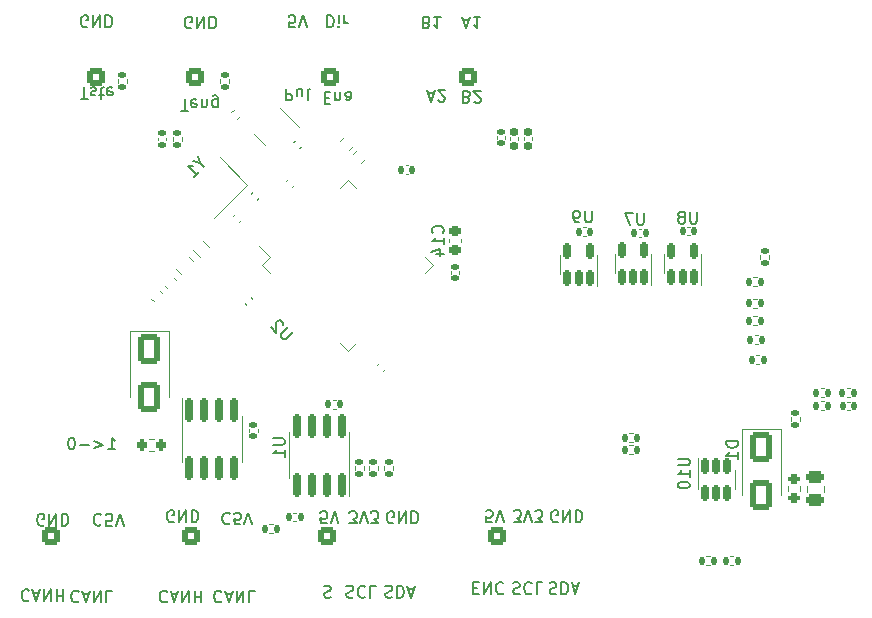
<source format=gbr>
%TF.GenerationSoftware,KiCad,Pcbnew,7.0.11-7.0.11~ubuntu22.04.1*%
%TF.CreationDate,2024-03-12T21:56:38+01:00*%
%TF.ProjectId,sdrac_board,73647261-635f-4626-9f61-72642e6b6963,2.0*%
%TF.SameCoordinates,Original*%
%TF.FileFunction,Legend,Bot*%
%TF.FilePolarity,Positive*%
%FSLAX46Y46*%
G04 Gerber Fmt 4.6, Leading zero omitted, Abs format (unit mm)*
G04 Created by KiCad (PCBNEW 7.0.11-7.0.11~ubuntu22.04.1) date 2024-03-12 21:56:38*
%MOMM*%
%LPD*%
G01*
G04 APERTURE LIST*
G04 Aperture macros list*
%AMRoundRect*
0 Rectangle with rounded corners*
0 $1 Rounding radius*
0 $2 $3 $4 $5 $6 $7 $8 $9 X,Y pos of 4 corners*
0 Add a 4 corners polygon primitive as box body*
4,1,4,$2,$3,$4,$5,$6,$7,$8,$9,$2,$3,0*
0 Add four circle primitives for the rounded corners*
1,1,$1+$1,$2,$3*
1,1,$1+$1,$4,$5*
1,1,$1+$1,$6,$7*
1,1,$1+$1,$8,$9*
0 Add four rect primitives between the rounded corners*
20,1,$1+$1,$2,$3,$4,$5,0*
20,1,$1+$1,$4,$5,$6,$7,0*
20,1,$1+$1,$6,$7,$8,$9,0*
20,1,$1+$1,$8,$9,$2,$3,0*%
%AMRotRect*
0 Rectangle, with rotation*
0 The origin of the aperture is its center*
0 $1 length*
0 $2 width*
0 $3 Rotation angle, in degrees counterclockwise*
0 Add horizontal line*
21,1,$1,$2,0,0,$3*%
G04 Aperture macros list end*
%ADD10C,0.150000*%
%ADD11C,0.120000*%
%ADD12O,1.700000X1.700000*%
%ADD13R,1.700000X1.700000*%
%ADD14RoundRect,0.225000X-0.250000X0.225000X-0.250000X-0.225000X0.250000X-0.225000X0.250000X0.225000X0*%
%ADD15C,1.020000*%
%ADD16RoundRect,0.250001X-0.499999X-0.499999X0.499999X-0.499999X0.499999X0.499999X-0.499999X0.499999X0*%
%ADD17C,1.500000*%
%ADD18C,1.400000*%
%ADD19R,3.500000X3.500000*%
%ADD20C,3.500000*%
%ADD21RoundRect,0.250001X0.499999X0.499999X-0.499999X0.499999X-0.499999X-0.499999X0.499999X-0.499999X0*%
%ADD22C,3.200000*%
%ADD23C,0.650000*%
%ADD24O,1.000000X2.100000*%
%ADD25O,1.000000X1.800000*%
%ADD26R,1.600000X1.600000*%
%ADD27O,1.600000X1.600000*%
%ADD28RoundRect,0.150000X-0.150000X0.825000X-0.150000X-0.825000X0.150000X-0.825000X0.150000X0.825000X0*%
%ADD29RoundRect,0.135000X0.035355X-0.226274X0.226274X-0.035355X-0.035355X0.226274X-0.226274X0.035355X0*%
%ADD30RoundRect,0.135000X0.135000X0.185000X-0.135000X0.185000X-0.135000X-0.185000X0.135000X-0.185000X0*%
%ADD31RoundRect,0.155000X-0.155000X0.212500X-0.155000X-0.212500X0.155000X-0.212500X0.155000X0.212500X0*%
%ADD32RoundRect,0.150000X0.150000X-0.512500X0.150000X0.512500X-0.150000X0.512500X-0.150000X-0.512500X0*%
%ADD33RoundRect,0.150000X0.521491X-0.309359X-0.309359X0.521491X-0.521491X0.309359X0.309359X-0.521491X0*%
%ADD34RoundRect,0.135000X-0.135000X-0.185000X0.135000X-0.185000X0.135000X0.185000X-0.135000X0.185000X0*%
%ADD35RoundRect,0.135000X-0.185000X0.135000X-0.185000X-0.135000X0.185000X-0.135000X0.185000X0.135000X0*%
%ADD36RoundRect,0.200000X0.200000X0.275000X-0.200000X0.275000X-0.200000X-0.275000X0.200000X-0.275000X0*%
%ADD37RoundRect,0.135000X0.185000X-0.135000X0.185000X0.135000X-0.185000X0.135000X-0.185000X-0.135000X0*%
%ADD38RoundRect,0.075000X-0.548008X0.441942X0.441942X-0.548008X0.548008X-0.441942X-0.441942X0.548008X0*%
%ADD39RoundRect,0.075000X-0.548008X-0.441942X-0.441942X-0.548008X0.548008X0.441942X0.441942X0.548008X0*%
%ADD40RoundRect,0.250000X0.512652X0.159099X0.159099X0.512652X-0.512652X-0.159099X-0.159099X-0.512652X0*%
%ADD41RoundRect,0.140000X0.021213X-0.219203X0.219203X-0.021213X-0.021213X0.219203X-0.219203X0.021213X0*%
%ADD42RoundRect,0.250000X-0.650000X1.000000X-0.650000X-1.000000X0.650000X-1.000000X0.650000X1.000000X0*%
%ADD43RoundRect,0.140000X0.140000X0.170000X-0.140000X0.170000X-0.140000X-0.170000X0.140000X-0.170000X0*%
%ADD44RoundRect,0.140000X0.170000X-0.140000X0.170000X0.140000X-0.170000X0.140000X-0.170000X-0.140000X0*%
%ADD45RoundRect,0.200000X0.275000X-0.200000X0.275000X0.200000X-0.275000X0.200000X-0.275000X-0.200000X0*%
%ADD46RoundRect,0.140000X-0.021213X0.219203X-0.219203X0.021213X0.021213X-0.219203X0.219203X-0.021213X0*%
%ADD47RoundRect,0.225000X0.335876X0.017678X0.017678X0.335876X-0.335876X-0.017678X-0.017678X-0.335876X0*%
%ADD48RoundRect,0.250000X0.475000X-0.250000X0.475000X0.250000X-0.475000X0.250000X-0.475000X-0.250000X0*%
%ADD49RoundRect,0.200000X-0.053033X0.335876X-0.335876X0.053033X0.053033X-0.335876X0.335876X-0.053033X0*%
%ADD50RoundRect,0.200000X0.053033X-0.335876X0.335876X-0.053033X-0.053033X0.335876X-0.335876X0.053033X0*%
%ADD51RoundRect,0.140000X-0.219203X-0.021213X-0.021213X-0.219203X0.219203X0.021213X0.021213X0.219203X0*%
%ADD52RoundRect,0.140000X-0.170000X0.140000X-0.170000X-0.140000X0.170000X-0.140000X0.170000X0.140000X0*%
%ADD53RoundRect,0.150000X-0.150000X0.512500X-0.150000X-0.512500X0.150000X-0.512500X0.150000X0.512500X0*%
%ADD54RoundRect,0.140000X-0.140000X-0.170000X0.140000X-0.170000X0.140000X0.170000X-0.140000X0.170000X0*%
%ADD55RotRect,1.400000X1.200000X225.000000*%
%ADD56RoundRect,0.150000X0.150000X-0.825000X0.150000X0.825000X-0.150000X0.825000X-0.150000X-0.825000X0*%
%ADD57RoundRect,0.218750X0.424264X0.114905X0.114905X0.424264X-0.424264X-0.114905X-0.114905X-0.424264X0*%
G04 APERTURE END LIST*
D10*
X12960588Y6117439D02*
X12865350Y6069820D01*
X12865350Y6069820D02*
X12722493Y6069820D01*
X12722493Y6069820D02*
X12579636Y6117439D01*
X12579636Y6117439D02*
X12484398Y6212677D01*
X12484398Y6212677D02*
X12436779Y6307915D01*
X12436779Y6307915D02*
X12389160Y6498391D01*
X12389160Y6498391D02*
X12389160Y6641248D01*
X12389160Y6641248D02*
X12436779Y6831724D01*
X12436779Y6831724D02*
X12484398Y6926962D01*
X12484398Y6926962D02*
X12579636Y7022200D01*
X12579636Y7022200D02*
X12722493Y7069820D01*
X12722493Y7069820D02*
X12817731Y7069820D01*
X12817731Y7069820D02*
X12960588Y7022200D01*
X12960588Y7022200D02*
X13008207Y6974581D01*
X13008207Y6974581D02*
X13008207Y6641248D01*
X13008207Y6641248D02*
X12817731Y6641248D01*
X13436779Y7069820D02*
X13436779Y6069820D01*
X13436779Y6069820D02*
X14008207Y7069820D01*
X14008207Y7069820D02*
X14008207Y6069820D01*
X14484398Y7069820D02*
X14484398Y6069820D01*
X14484398Y6069820D02*
X14722493Y6069820D01*
X14722493Y6069820D02*
X14865350Y6117439D01*
X14865350Y6117439D02*
X14960588Y6212677D01*
X14960588Y6212677D02*
X15008207Y6307915D01*
X15008207Y6307915D02*
X15055826Y6498391D01*
X15055826Y6498391D02*
X15055826Y6641248D01*
X15055826Y6641248D02*
X15008207Y6831724D01*
X15008207Y6831724D02*
X14960588Y6926962D01*
X14960588Y6926962D02*
X14865350Y7022200D01*
X14865350Y7022200D02*
X14722493Y7069820D01*
X14722493Y7069820D02*
X14484398Y7069820D01*
X21760588Y6017439D02*
X21665350Y5969820D01*
X21665350Y5969820D02*
X21522493Y5969820D01*
X21522493Y5969820D02*
X21379636Y6017439D01*
X21379636Y6017439D02*
X21284398Y6112677D01*
X21284398Y6112677D02*
X21236779Y6207915D01*
X21236779Y6207915D02*
X21189160Y6398391D01*
X21189160Y6398391D02*
X21189160Y6541248D01*
X21189160Y6541248D02*
X21236779Y6731724D01*
X21236779Y6731724D02*
X21284398Y6826962D01*
X21284398Y6826962D02*
X21379636Y6922200D01*
X21379636Y6922200D02*
X21522493Y6969820D01*
X21522493Y6969820D02*
X21617731Y6969820D01*
X21617731Y6969820D02*
X21760588Y6922200D01*
X21760588Y6922200D02*
X21808207Y6874581D01*
X21808207Y6874581D02*
X21808207Y6541248D01*
X21808207Y6541248D02*
X21617731Y6541248D01*
X22236779Y6969820D02*
X22236779Y5969820D01*
X22236779Y5969820D02*
X22808207Y6969820D01*
X22808207Y6969820D02*
X22808207Y5969820D01*
X23284398Y6969820D02*
X23284398Y5969820D01*
X23284398Y5969820D02*
X23522493Y5969820D01*
X23522493Y5969820D02*
X23665350Y6017439D01*
X23665350Y6017439D02*
X23760588Y6112677D01*
X23760588Y6112677D02*
X23808207Y6207915D01*
X23808207Y6207915D02*
X23855826Y6398391D01*
X23855826Y6398391D02*
X23855826Y6541248D01*
X23855826Y6541248D02*
X23808207Y6731724D01*
X23808207Y6731724D02*
X23760588Y6826962D01*
X23760588Y6826962D02*
X23665350Y6922200D01*
X23665350Y6922200D02*
X23522493Y6969820D01*
X23522493Y6969820D02*
X23284398Y6969820D01*
X20260588Y-35782561D02*
X20165350Y-35830180D01*
X20165350Y-35830180D02*
X20022493Y-35830180D01*
X20022493Y-35830180D02*
X19879636Y-35782561D01*
X19879636Y-35782561D02*
X19784398Y-35687323D01*
X19784398Y-35687323D02*
X19736779Y-35592085D01*
X19736779Y-35592085D02*
X19689160Y-35401609D01*
X19689160Y-35401609D02*
X19689160Y-35258752D01*
X19689160Y-35258752D02*
X19736779Y-35068276D01*
X19736779Y-35068276D02*
X19784398Y-34973038D01*
X19784398Y-34973038D02*
X19879636Y-34877800D01*
X19879636Y-34877800D02*
X20022493Y-34830180D01*
X20022493Y-34830180D02*
X20117731Y-34830180D01*
X20117731Y-34830180D02*
X20260588Y-34877800D01*
X20260588Y-34877800D02*
X20308207Y-34925419D01*
X20308207Y-34925419D02*
X20308207Y-35258752D01*
X20308207Y-35258752D02*
X20117731Y-35258752D01*
X20736779Y-34830180D02*
X20736779Y-35830180D01*
X20736779Y-35830180D02*
X21308207Y-34830180D01*
X21308207Y-34830180D02*
X21308207Y-35830180D01*
X21784398Y-34830180D02*
X21784398Y-35830180D01*
X21784398Y-35830180D02*
X22022493Y-35830180D01*
X22022493Y-35830180D02*
X22165350Y-35782561D01*
X22165350Y-35782561D02*
X22260588Y-35687323D01*
X22260588Y-35687323D02*
X22308207Y-35592085D01*
X22308207Y-35592085D02*
X22355826Y-35401609D01*
X22355826Y-35401609D02*
X22355826Y-35258752D01*
X22355826Y-35258752D02*
X22308207Y-35068276D01*
X22308207Y-35068276D02*
X22260588Y-34973038D01*
X22260588Y-34973038D02*
X22165350Y-34877800D01*
X22165350Y-34877800D02*
X22022493Y-34830180D01*
X22022493Y-34830180D02*
X21784398Y-34830180D01*
X45636779Y-41453990D02*
X45970112Y-41453990D01*
X46112969Y-40930180D02*
X45636779Y-40930180D01*
X45636779Y-40930180D02*
X45636779Y-41930180D01*
X45636779Y-41930180D02*
X46112969Y-41930180D01*
X46541541Y-40930180D02*
X46541541Y-41930180D01*
X46541541Y-41930180D02*
X47112969Y-40930180D01*
X47112969Y-40930180D02*
X47112969Y-41930180D01*
X48160588Y-41025419D02*
X48112969Y-40977800D01*
X48112969Y-40977800D02*
X47970112Y-40930180D01*
X47970112Y-40930180D02*
X47874874Y-40930180D01*
X47874874Y-40930180D02*
X47732017Y-40977800D01*
X47732017Y-40977800D02*
X47636779Y-41073038D01*
X47636779Y-41073038D02*
X47589160Y-41168276D01*
X47589160Y-41168276D02*
X47541541Y-41358752D01*
X47541541Y-41358752D02*
X47541541Y-41501609D01*
X47541541Y-41501609D02*
X47589160Y-41692085D01*
X47589160Y-41692085D02*
X47636779Y-41787323D01*
X47636779Y-41787323D02*
X47732017Y-41882561D01*
X47732017Y-41882561D02*
X47874874Y-41930180D01*
X47874874Y-41930180D02*
X47970112Y-41930180D01*
X47970112Y-41930180D02*
X48112969Y-41882561D01*
X48112969Y-41882561D02*
X48160588Y-41834942D01*
X24308207Y-41725419D02*
X24260588Y-41677800D01*
X24260588Y-41677800D02*
X24117731Y-41630180D01*
X24117731Y-41630180D02*
X24022493Y-41630180D01*
X24022493Y-41630180D02*
X23879636Y-41677800D01*
X23879636Y-41677800D02*
X23784398Y-41773038D01*
X23784398Y-41773038D02*
X23736779Y-41868276D01*
X23736779Y-41868276D02*
X23689160Y-42058752D01*
X23689160Y-42058752D02*
X23689160Y-42201609D01*
X23689160Y-42201609D02*
X23736779Y-42392085D01*
X23736779Y-42392085D02*
X23784398Y-42487323D01*
X23784398Y-42487323D02*
X23879636Y-42582561D01*
X23879636Y-42582561D02*
X24022493Y-42630180D01*
X24022493Y-42630180D02*
X24117731Y-42630180D01*
X24117731Y-42630180D02*
X24260588Y-42582561D01*
X24260588Y-42582561D02*
X24308207Y-42534942D01*
X24689160Y-41915895D02*
X25165350Y-41915895D01*
X24593922Y-41630180D02*
X24927255Y-42630180D01*
X24927255Y-42630180D02*
X25260588Y-41630180D01*
X25593922Y-41630180D02*
X25593922Y-42630180D01*
X25593922Y-42630180D02*
X26165350Y-41630180D01*
X26165350Y-41630180D02*
X26165350Y-42630180D01*
X27117731Y-41630180D02*
X26641541Y-41630180D01*
X26641541Y-41630180D02*
X26641541Y-42630180D01*
X25008207Y-35125419D02*
X24960588Y-35077800D01*
X24960588Y-35077800D02*
X24817731Y-35030180D01*
X24817731Y-35030180D02*
X24722493Y-35030180D01*
X24722493Y-35030180D02*
X24579636Y-35077800D01*
X24579636Y-35077800D02*
X24484398Y-35173038D01*
X24484398Y-35173038D02*
X24436779Y-35268276D01*
X24436779Y-35268276D02*
X24389160Y-35458752D01*
X24389160Y-35458752D02*
X24389160Y-35601609D01*
X24389160Y-35601609D02*
X24436779Y-35792085D01*
X24436779Y-35792085D02*
X24484398Y-35887323D01*
X24484398Y-35887323D02*
X24579636Y-35982561D01*
X24579636Y-35982561D02*
X24722493Y-36030180D01*
X24722493Y-36030180D02*
X24817731Y-36030180D01*
X24817731Y-36030180D02*
X24960588Y-35982561D01*
X24960588Y-35982561D02*
X25008207Y-35934942D01*
X25912969Y-36030180D02*
X25436779Y-36030180D01*
X25436779Y-36030180D02*
X25389160Y-35553990D01*
X25389160Y-35553990D02*
X25436779Y-35601609D01*
X25436779Y-35601609D02*
X25532017Y-35649228D01*
X25532017Y-35649228D02*
X25770112Y-35649228D01*
X25770112Y-35649228D02*
X25865350Y-35601609D01*
X25865350Y-35601609D02*
X25912969Y-35553990D01*
X25912969Y-35553990D02*
X25960588Y-35458752D01*
X25960588Y-35458752D02*
X25960588Y-35220657D01*
X25960588Y-35220657D02*
X25912969Y-35125419D01*
X25912969Y-35125419D02*
X25865350Y-35077800D01*
X25865350Y-35077800D02*
X25770112Y-35030180D01*
X25770112Y-35030180D02*
X25532017Y-35030180D01*
X25532017Y-35030180D02*
X25436779Y-35077800D01*
X25436779Y-35077800D02*
X25389160Y-35125419D01*
X26246303Y-36030180D02*
X26579636Y-35030180D01*
X26579636Y-35030180D02*
X26912969Y-36030180D01*
X29736779Y869820D02*
X29736779Y-130180D01*
X29736779Y-130180D02*
X30117731Y-130180D01*
X30117731Y-130180D02*
X30212969Y-82561D01*
X30212969Y-82561D02*
X30260588Y-34942D01*
X30260588Y-34942D02*
X30308207Y60296D01*
X30308207Y60296D02*
X30308207Y203153D01*
X30308207Y203153D02*
X30260588Y298391D01*
X30260588Y298391D02*
X30212969Y346010D01*
X30212969Y346010D02*
X30117731Y393629D01*
X30117731Y393629D02*
X29736779Y393629D01*
X31165350Y203153D02*
X31165350Y869820D01*
X30736779Y203153D02*
X30736779Y726962D01*
X30736779Y726962D02*
X30784398Y822200D01*
X30784398Y822200D02*
X30879636Y869820D01*
X30879636Y869820D02*
X31022493Y869820D01*
X31022493Y869820D02*
X31117731Y822200D01*
X31117731Y822200D02*
X31165350Y774581D01*
X31784398Y869820D02*
X31689160Y822200D01*
X31689160Y822200D02*
X31641541Y726962D01*
X31641541Y726962D02*
X31641541Y-130180D01*
X41670112Y6446010D02*
X41812969Y6493629D01*
X41812969Y6493629D02*
X41860588Y6541248D01*
X41860588Y6541248D02*
X41908207Y6636486D01*
X41908207Y6636486D02*
X41908207Y6779343D01*
X41908207Y6779343D02*
X41860588Y6874581D01*
X41860588Y6874581D02*
X41812969Y6922200D01*
X41812969Y6922200D02*
X41717731Y6969820D01*
X41717731Y6969820D02*
X41336779Y6969820D01*
X41336779Y6969820D02*
X41336779Y5969820D01*
X41336779Y5969820D02*
X41670112Y5969820D01*
X41670112Y5969820D02*
X41765350Y6017439D01*
X41765350Y6017439D02*
X41812969Y6065058D01*
X41812969Y6065058D02*
X41860588Y6160296D01*
X41860588Y6160296D02*
X41860588Y6255534D01*
X41860588Y6255534D02*
X41812969Y6350772D01*
X41812969Y6350772D02*
X41765350Y6398391D01*
X41765350Y6398391D02*
X41670112Y6446010D01*
X41670112Y6446010D02*
X41336779Y6446010D01*
X42860588Y6969820D02*
X42289160Y6969820D01*
X42574874Y6969820D02*
X42574874Y5969820D01*
X42574874Y5969820D02*
X42479636Y6112677D01*
X42479636Y6112677D02*
X42384398Y6207915D01*
X42384398Y6207915D02*
X42289160Y6255534D01*
X9260588Y-36082561D02*
X9165350Y-36130180D01*
X9165350Y-36130180D02*
X9022493Y-36130180D01*
X9022493Y-36130180D02*
X8879636Y-36082561D01*
X8879636Y-36082561D02*
X8784398Y-35987323D01*
X8784398Y-35987323D02*
X8736779Y-35892085D01*
X8736779Y-35892085D02*
X8689160Y-35701609D01*
X8689160Y-35701609D02*
X8689160Y-35558752D01*
X8689160Y-35558752D02*
X8736779Y-35368276D01*
X8736779Y-35368276D02*
X8784398Y-35273038D01*
X8784398Y-35273038D02*
X8879636Y-35177800D01*
X8879636Y-35177800D02*
X9022493Y-35130180D01*
X9022493Y-35130180D02*
X9117731Y-35130180D01*
X9117731Y-35130180D02*
X9260588Y-35177800D01*
X9260588Y-35177800D02*
X9308207Y-35225419D01*
X9308207Y-35225419D02*
X9308207Y-35558752D01*
X9308207Y-35558752D02*
X9117731Y-35558752D01*
X9736779Y-35130180D02*
X9736779Y-36130180D01*
X9736779Y-36130180D02*
X10308207Y-35130180D01*
X10308207Y-35130180D02*
X10308207Y-36130180D01*
X10784398Y-35130180D02*
X10784398Y-36130180D01*
X10784398Y-36130180D02*
X11022493Y-36130180D01*
X11022493Y-36130180D02*
X11165350Y-36082561D01*
X11165350Y-36082561D02*
X11260588Y-35987323D01*
X11260588Y-35987323D02*
X11308207Y-35892085D01*
X11308207Y-35892085D02*
X11355826Y-35701609D01*
X11355826Y-35701609D02*
X11355826Y-35558752D01*
X11355826Y-35558752D02*
X11308207Y-35368276D01*
X11308207Y-35368276D02*
X11260588Y-35273038D01*
X11260588Y-35273038D02*
X11165350Y-35177800D01*
X11165350Y-35177800D02*
X11022493Y-35130180D01*
X11022493Y-35130180D02*
X10784398Y-35130180D01*
X19708207Y-41725419D02*
X19660588Y-41677800D01*
X19660588Y-41677800D02*
X19517731Y-41630180D01*
X19517731Y-41630180D02*
X19422493Y-41630180D01*
X19422493Y-41630180D02*
X19279636Y-41677800D01*
X19279636Y-41677800D02*
X19184398Y-41773038D01*
X19184398Y-41773038D02*
X19136779Y-41868276D01*
X19136779Y-41868276D02*
X19089160Y-42058752D01*
X19089160Y-42058752D02*
X19089160Y-42201609D01*
X19089160Y-42201609D02*
X19136779Y-42392085D01*
X19136779Y-42392085D02*
X19184398Y-42487323D01*
X19184398Y-42487323D02*
X19279636Y-42582561D01*
X19279636Y-42582561D02*
X19422493Y-42630180D01*
X19422493Y-42630180D02*
X19517731Y-42630180D01*
X19517731Y-42630180D02*
X19660588Y-42582561D01*
X19660588Y-42582561D02*
X19708207Y-42534942D01*
X20089160Y-41915895D02*
X20565350Y-41915895D01*
X19993922Y-41630180D02*
X20327255Y-42630180D01*
X20327255Y-42630180D02*
X20660588Y-41630180D01*
X20993922Y-41630180D02*
X20993922Y-42630180D01*
X20993922Y-42630180D02*
X21565350Y-41630180D01*
X21565350Y-41630180D02*
X21565350Y-42630180D01*
X22041541Y-41630180D02*
X22041541Y-42630180D01*
X22041541Y-42153990D02*
X22612969Y-42153990D01*
X22612969Y-41630180D02*
X22612969Y-42630180D01*
X30512969Y6069820D02*
X30036779Y6069820D01*
X30036779Y6069820D02*
X29989160Y6546010D01*
X29989160Y6546010D02*
X30036779Y6498391D01*
X30036779Y6498391D02*
X30132017Y6450772D01*
X30132017Y6450772D02*
X30370112Y6450772D01*
X30370112Y6450772D02*
X30465350Y6498391D01*
X30465350Y6498391D02*
X30512969Y6546010D01*
X30512969Y6546010D02*
X30560588Y6641248D01*
X30560588Y6641248D02*
X30560588Y6879343D01*
X30560588Y6879343D02*
X30512969Y6974581D01*
X30512969Y6974581D02*
X30465350Y7022200D01*
X30465350Y7022200D02*
X30370112Y7069820D01*
X30370112Y7069820D02*
X30132017Y7069820D01*
X30132017Y7069820D02*
X30036779Y7022200D01*
X30036779Y7022200D02*
X29989160Y6974581D01*
X30846303Y6069820D02*
X31179636Y7069820D01*
X31179636Y7069820D02*
X31512969Y6069820D01*
X12208207Y-41725419D02*
X12160588Y-41677800D01*
X12160588Y-41677800D02*
X12017731Y-41630180D01*
X12017731Y-41630180D02*
X11922493Y-41630180D01*
X11922493Y-41630180D02*
X11779636Y-41677800D01*
X11779636Y-41677800D02*
X11684398Y-41773038D01*
X11684398Y-41773038D02*
X11636779Y-41868276D01*
X11636779Y-41868276D02*
X11589160Y-42058752D01*
X11589160Y-42058752D02*
X11589160Y-42201609D01*
X11589160Y-42201609D02*
X11636779Y-42392085D01*
X11636779Y-42392085D02*
X11684398Y-42487323D01*
X11684398Y-42487323D02*
X11779636Y-42582561D01*
X11779636Y-42582561D02*
X11922493Y-42630180D01*
X11922493Y-42630180D02*
X12017731Y-42630180D01*
X12017731Y-42630180D02*
X12160588Y-42582561D01*
X12160588Y-42582561D02*
X12208207Y-42534942D01*
X12589160Y-41915895D02*
X13065350Y-41915895D01*
X12493922Y-41630180D02*
X12827255Y-42630180D01*
X12827255Y-42630180D02*
X13160588Y-41630180D01*
X13493922Y-41630180D02*
X13493922Y-42630180D01*
X13493922Y-42630180D02*
X14065350Y-41630180D01*
X14065350Y-41630180D02*
X14065350Y-42630180D01*
X15017731Y-41630180D02*
X14541541Y-41630180D01*
X14541541Y-41630180D02*
X14541541Y-42630180D01*
X52760588Y-35782561D02*
X52665350Y-35830180D01*
X52665350Y-35830180D02*
X52522493Y-35830180D01*
X52522493Y-35830180D02*
X52379636Y-35782561D01*
X52379636Y-35782561D02*
X52284398Y-35687323D01*
X52284398Y-35687323D02*
X52236779Y-35592085D01*
X52236779Y-35592085D02*
X52189160Y-35401609D01*
X52189160Y-35401609D02*
X52189160Y-35258752D01*
X52189160Y-35258752D02*
X52236779Y-35068276D01*
X52236779Y-35068276D02*
X52284398Y-34973038D01*
X52284398Y-34973038D02*
X52379636Y-34877800D01*
X52379636Y-34877800D02*
X52522493Y-34830180D01*
X52522493Y-34830180D02*
X52617731Y-34830180D01*
X52617731Y-34830180D02*
X52760588Y-34877800D01*
X52760588Y-34877800D02*
X52808207Y-34925419D01*
X52808207Y-34925419D02*
X52808207Y-35258752D01*
X52808207Y-35258752D02*
X52617731Y-35258752D01*
X53236779Y-34830180D02*
X53236779Y-35830180D01*
X53236779Y-35830180D02*
X53808207Y-34830180D01*
X53808207Y-34830180D02*
X53808207Y-35830180D01*
X54284398Y-34830180D02*
X54284398Y-35830180D01*
X54284398Y-35830180D02*
X54522493Y-35830180D01*
X54522493Y-35830180D02*
X54665350Y-35782561D01*
X54665350Y-35782561D02*
X54760588Y-35687323D01*
X54760588Y-35687323D02*
X54808207Y-35592085D01*
X54808207Y-35592085D02*
X54855826Y-35401609D01*
X54855826Y-35401609D02*
X54855826Y-35258752D01*
X54855826Y-35258752D02*
X54808207Y-35068276D01*
X54808207Y-35068276D02*
X54760588Y-34973038D01*
X54760588Y-34973038D02*
X54665350Y-34877800D01*
X54665350Y-34877800D02*
X54522493Y-34830180D01*
X54522493Y-34830180D02*
X54284398Y-34830180D01*
X33236779Y7069820D02*
X33236779Y6069820D01*
X33236779Y6069820D02*
X33474874Y6069820D01*
X33474874Y6069820D02*
X33617731Y6117439D01*
X33617731Y6117439D02*
X33712969Y6212677D01*
X33712969Y6212677D02*
X33760588Y6307915D01*
X33760588Y6307915D02*
X33808207Y6498391D01*
X33808207Y6498391D02*
X33808207Y6641248D01*
X33808207Y6641248D02*
X33760588Y6831724D01*
X33760588Y6831724D02*
X33712969Y6926962D01*
X33712969Y6926962D02*
X33617731Y7022200D01*
X33617731Y7022200D02*
X33474874Y7069820D01*
X33474874Y7069820D02*
X33236779Y7069820D01*
X34236779Y7069820D02*
X34236779Y6403153D01*
X34236779Y6069820D02*
X34189160Y6117439D01*
X34189160Y6117439D02*
X34236779Y6165058D01*
X34236779Y6165058D02*
X34284398Y6117439D01*
X34284398Y6117439D02*
X34236779Y6069820D01*
X34236779Y6069820D02*
X34236779Y6165058D01*
X34712969Y7069820D02*
X34712969Y6403153D01*
X34712969Y6593629D02*
X34760588Y6498391D01*
X34760588Y6498391D02*
X34808207Y6450772D01*
X34808207Y6450772D02*
X34903445Y6403153D01*
X34903445Y6403153D02*
X34998683Y6403153D01*
X38860588Y-35882561D02*
X38765350Y-35930180D01*
X38765350Y-35930180D02*
X38622493Y-35930180D01*
X38622493Y-35930180D02*
X38479636Y-35882561D01*
X38479636Y-35882561D02*
X38384398Y-35787323D01*
X38384398Y-35787323D02*
X38336779Y-35692085D01*
X38336779Y-35692085D02*
X38289160Y-35501609D01*
X38289160Y-35501609D02*
X38289160Y-35358752D01*
X38289160Y-35358752D02*
X38336779Y-35168276D01*
X38336779Y-35168276D02*
X38384398Y-35073038D01*
X38384398Y-35073038D02*
X38479636Y-34977800D01*
X38479636Y-34977800D02*
X38622493Y-34930180D01*
X38622493Y-34930180D02*
X38717731Y-34930180D01*
X38717731Y-34930180D02*
X38860588Y-34977800D01*
X38860588Y-34977800D02*
X38908207Y-35025419D01*
X38908207Y-35025419D02*
X38908207Y-35358752D01*
X38908207Y-35358752D02*
X38717731Y-35358752D01*
X39336779Y-34930180D02*
X39336779Y-35930180D01*
X39336779Y-35930180D02*
X39908207Y-34930180D01*
X39908207Y-34930180D02*
X39908207Y-35930180D01*
X40384398Y-34930180D02*
X40384398Y-35930180D01*
X40384398Y-35930180D02*
X40622493Y-35930180D01*
X40622493Y-35930180D02*
X40765350Y-35882561D01*
X40765350Y-35882561D02*
X40860588Y-35787323D01*
X40860588Y-35787323D02*
X40908207Y-35692085D01*
X40908207Y-35692085D02*
X40955826Y-35501609D01*
X40955826Y-35501609D02*
X40955826Y-35358752D01*
X40955826Y-35358752D02*
X40908207Y-35168276D01*
X40908207Y-35168276D02*
X40860588Y-35073038D01*
X40860588Y-35073038D02*
X40765350Y-34977800D01*
X40765350Y-34977800D02*
X40622493Y-34930180D01*
X40622493Y-34930180D02*
X40384398Y-34930180D01*
X33036779Y46010D02*
X33370112Y46010D01*
X33512969Y569820D02*
X33036779Y569820D01*
X33036779Y569820D02*
X33036779Y-430180D01*
X33036779Y-430180D02*
X33512969Y-430180D01*
X33941541Y-96847D02*
X33941541Y569820D01*
X33941541Y-1609D02*
X33989160Y-49228D01*
X33989160Y-49228D02*
X34084398Y-96847D01*
X34084398Y-96847D02*
X34227255Y-96847D01*
X34227255Y-96847D02*
X34322493Y-49228D01*
X34322493Y-49228D02*
X34370112Y46010D01*
X34370112Y46010D02*
X34370112Y569820D01*
X35274874Y569820D02*
X35274874Y46010D01*
X35274874Y46010D02*
X35227255Y-49228D01*
X35227255Y-49228D02*
X35132017Y-96847D01*
X35132017Y-96847D02*
X34941541Y-96847D01*
X34941541Y-96847D02*
X34846303Y-49228D01*
X35274874Y522200D02*
X35179636Y569820D01*
X35179636Y569820D02*
X34941541Y569820D01*
X34941541Y569820D02*
X34846303Y522200D01*
X34846303Y522200D02*
X34798684Y426962D01*
X34798684Y426962D02*
X34798684Y331724D01*
X34798684Y331724D02*
X34846303Y236486D01*
X34846303Y236486D02*
X34941541Y188867D01*
X34941541Y188867D02*
X35179636Y188867D01*
X35179636Y188867D02*
X35274874Y141248D01*
X49041541Y-35830180D02*
X49660588Y-35830180D01*
X49660588Y-35830180D02*
X49327255Y-35449228D01*
X49327255Y-35449228D02*
X49470112Y-35449228D01*
X49470112Y-35449228D02*
X49565350Y-35401609D01*
X49565350Y-35401609D02*
X49612969Y-35353990D01*
X49612969Y-35353990D02*
X49660588Y-35258752D01*
X49660588Y-35258752D02*
X49660588Y-35020657D01*
X49660588Y-35020657D02*
X49612969Y-34925419D01*
X49612969Y-34925419D02*
X49565350Y-34877800D01*
X49565350Y-34877800D02*
X49470112Y-34830180D01*
X49470112Y-34830180D02*
X49184398Y-34830180D01*
X49184398Y-34830180D02*
X49089160Y-34877800D01*
X49089160Y-34877800D02*
X49041541Y-34925419D01*
X49946303Y-35830180D02*
X50279636Y-34830180D01*
X50279636Y-34830180D02*
X50612969Y-35830180D01*
X50851065Y-35830180D02*
X51470112Y-35830180D01*
X51470112Y-35830180D02*
X51136779Y-35449228D01*
X51136779Y-35449228D02*
X51279636Y-35449228D01*
X51279636Y-35449228D02*
X51374874Y-35401609D01*
X51374874Y-35401609D02*
X51422493Y-35353990D01*
X51422493Y-35353990D02*
X51470112Y-35258752D01*
X51470112Y-35258752D02*
X51470112Y-35020657D01*
X51470112Y-35020657D02*
X51422493Y-34925419D01*
X51422493Y-34925419D02*
X51374874Y-34877800D01*
X51374874Y-34877800D02*
X51279636Y-34830180D01*
X51279636Y-34830180D02*
X50993922Y-34830180D01*
X50993922Y-34830180D02*
X50898684Y-34877800D01*
X50898684Y-34877800D02*
X50851065Y-34925419D01*
X35141541Y-35930180D02*
X35760588Y-35930180D01*
X35760588Y-35930180D02*
X35427255Y-35549228D01*
X35427255Y-35549228D02*
X35570112Y-35549228D01*
X35570112Y-35549228D02*
X35665350Y-35501609D01*
X35665350Y-35501609D02*
X35712969Y-35453990D01*
X35712969Y-35453990D02*
X35760588Y-35358752D01*
X35760588Y-35358752D02*
X35760588Y-35120657D01*
X35760588Y-35120657D02*
X35712969Y-35025419D01*
X35712969Y-35025419D02*
X35665350Y-34977800D01*
X35665350Y-34977800D02*
X35570112Y-34930180D01*
X35570112Y-34930180D02*
X35284398Y-34930180D01*
X35284398Y-34930180D02*
X35189160Y-34977800D01*
X35189160Y-34977800D02*
X35141541Y-35025419D01*
X36046303Y-35930180D02*
X36379636Y-34930180D01*
X36379636Y-34930180D02*
X36712969Y-35930180D01*
X36951065Y-35930180D02*
X37570112Y-35930180D01*
X37570112Y-35930180D02*
X37236779Y-35549228D01*
X37236779Y-35549228D02*
X37379636Y-35549228D01*
X37379636Y-35549228D02*
X37474874Y-35501609D01*
X37474874Y-35501609D02*
X37522493Y-35453990D01*
X37522493Y-35453990D02*
X37570112Y-35358752D01*
X37570112Y-35358752D02*
X37570112Y-35120657D01*
X37570112Y-35120657D02*
X37522493Y-35025419D01*
X37522493Y-35025419D02*
X37474874Y-34977800D01*
X37474874Y-34977800D02*
X37379636Y-34930180D01*
X37379636Y-34930180D02*
X37093922Y-34930180D01*
X37093922Y-34930180D02*
X36998684Y-34977800D01*
X36998684Y-34977800D02*
X36951065Y-35025419D01*
X45070112Y146010D02*
X45212969Y193629D01*
X45212969Y193629D02*
X45260588Y241248D01*
X45260588Y241248D02*
X45308207Y336486D01*
X45308207Y336486D02*
X45308207Y479343D01*
X45308207Y479343D02*
X45260588Y574581D01*
X45260588Y574581D02*
X45212969Y622200D01*
X45212969Y622200D02*
X45117731Y669820D01*
X45117731Y669820D02*
X44736779Y669820D01*
X44736779Y669820D02*
X44736779Y-330180D01*
X44736779Y-330180D02*
X45070112Y-330180D01*
X45070112Y-330180D02*
X45165350Y-282561D01*
X45165350Y-282561D02*
X45212969Y-234942D01*
X45212969Y-234942D02*
X45260588Y-139704D01*
X45260588Y-139704D02*
X45260588Y-44466D01*
X45260588Y-44466D02*
X45212969Y50772D01*
X45212969Y50772D02*
X45165350Y98391D01*
X45165350Y98391D02*
X45070112Y146010D01*
X45070112Y146010D02*
X44736779Y146010D01*
X45689160Y-234942D02*
X45736779Y-282561D01*
X45736779Y-282561D02*
X45832017Y-330180D01*
X45832017Y-330180D02*
X46070112Y-330180D01*
X46070112Y-330180D02*
X46165350Y-282561D01*
X46165350Y-282561D02*
X46212969Y-234942D01*
X46212969Y-234942D02*
X46260588Y-139704D01*
X46260588Y-139704D02*
X46260588Y-44466D01*
X46260588Y-44466D02*
X46212969Y98391D01*
X46212969Y98391D02*
X45641541Y669820D01*
X45641541Y669820D02*
X46260588Y669820D01*
X41789160Y484105D02*
X42265350Y484105D01*
X41693922Y769820D02*
X42027255Y-230180D01*
X42027255Y-230180D02*
X42360588Y769820D01*
X42646303Y-134942D02*
X42693922Y-182561D01*
X42693922Y-182561D02*
X42789160Y-230180D01*
X42789160Y-230180D02*
X43027255Y-230180D01*
X43027255Y-230180D02*
X43122493Y-182561D01*
X43122493Y-182561D02*
X43170112Y-134942D01*
X43170112Y-134942D02*
X43217731Y-39704D01*
X43217731Y-39704D02*
X43217731Y55534D01*
X43217731Y55534D02*
X43170112Y198391D01*
X43170112Y198391D02*
X42598684Y769820D01*
X42598684Y769820D02*
X43217731Y769820D01*
X14108207Y-35225419D02*
X14060588Y-35177800D01*
X14060588Y-35177800D02*
X13917731Y-35130180D01*
X13917731Y-35130180D02*
X13822493Y-35130180D01*
X13822493Y-35130180D02*
X13679636Y-35177800D01*
X13679636Y-35177800D02*
X13584398Y-35273038D01*
X13584398Y-35273038D02*
X13536779Y-35368276D01*
X13536779Y-35368276D02*
X13489160Y-35558752D01*
X13489160Y-35558752D02*
X13489160Y-35701609D01*
X13489160Y-35701609D02*
X13536779Y-35892085D01*
X13536779Y-35892085D02*
X13584398Y-35987323D01*
X13584398Y-35987323D02*
X13679636Y-36082561D01*
X13679636Y-36082561D02*
X13822493Y-36130180D01*
X13822493Y-36130180D02*
X13917731Y-36130180D01*
X13917731Y-36130180D02*
X14060588Y-36082561D01*
X14060588Y-36082561D02*
X14108207Y-36034942D01*
X15012969Y-36130180D02*
X14536779Y-36130180D01*
X14536779Y-36130180D02*
X14489160Y-35653990D01*
X14489160Y-35653990D02*
X14536779Y-35701609D01*
X14536779Y-35701609D02*
X14632017Y-35749228D01*
X14632017Y-35749228D02*
X14870112Y-35749228D01*
X14870112Y-35749228D02*
X14965350Y-35701609D01*
X14965350Y-35701609D02*
X15012969Y-35653990D01*
X15012969Y-35653990D02*
X15060588Y-35558752D01*
X15060588Y-35558752D02*
X15060588Y-35320657D01*
X15060588Y-35320657D02*
X15012969Y-35225419D01*
X15012969Y-35225419D02*
X14965350Y-35177800D01*
X14965350Y-35177800D02*
X14870112Y-35130180D01*
X14870112Y-35130180D02*
X14632017Y-35130180D01*
X14632017Y-35130180D02*
X14536779Y-35177800D01*
X14536779Y-35177800D02*
X14489160Y-35225419D01*
X15346303Y-36130180D02*
X15679636Y-35130180D01*
X15679636Y-35130180D02*
X16012969Y-36130180D01*
X20893922Y-1030180D02*
X21465350Y-1030180D01*
X21179636Y-30180D02*
X21179636Y-1030180D01*
X22179636Y-77800D02*
X22084398Y-30180D01*
X22084398Y-30180D02*
X21893922Y-30180D01*
X21893922Y-30180D02*
X21798684Y-77800D01*
X21798684Y-77800D02*
X21751065Y-173038D01*
X21751065Y-173038D02*
X21751065Y-553990D01*
X21751065Y-553990D02*
X21798684Y-649228D01*
X21798684Y-649228D02*
X21893922Y-696847D01*
X21893922Y-696847D02*
X22084398Y-696847D01*
X22084398Y-696847D02*
X22179636Y-649228D01*
X22179636Y-649228D02*
X22227255Y-553990D01*
X22227255Y-553990D02*
X22227255Y-458752D01*
X22227255Y-458752D02*
X21751065Y-363514D01*
X22655827Y-696847D02*
X22655827Y-30180D01*
X22655827Y-601609D02*
X22703446Y-649228D01*
X22703446Y-649228D02*
X22798684Y-696847D01*
X22798684Y-696847D02*
X22941541Y-696847D01*
X22941541Y-696847D02*
X23036779Y-649228D01*
X23036779Y-649228D02*
X23084398Y-553990D01*
X23084398Y-553990D02*
X23084398Y-30180D01*
X23989160Y-696847D02*
X23989160Y112677D01*
X23989160Y112677D02*
X23941541Y207915D01*
X23941541Y207915D02*
X23893922Y255534D01*
X23893922Y255534D02*
X23798684Y303153D01*
X23798684Y303153D02*
X23655827Y303153D01*
X23655827Y303153D02*
X23560589Y255534D01*
X23989160Y-77800D02*
X23893922Y-30180D01*
X23893922Y-30180D02*
X23703446Y-30180D01*
X23703446Y-30180D02*
X23608208Y-77800D01*
X23608208Y-77800D02*
X23560589Y-125419D01*
X23560589Y-125419D02*
X23512970Y-220657D01*
X23512970Y-220657D02*
X23512970Y-506371D01*
X23512970Y-506371D02*
X23560589Y-601609D01*
X23560589Y-601609D02*
X23608208Y-649228D01*
X23608208Y-649228D02*
X23703446Y-696847D01*
X23703446Y-696847D02*
X23893922Y-696847D01*
X23893922Y-696847D02*
X23989160Y-649228D01*
X34889160Y-41277800D02*
X35032017Y-41230180D01*
X35032017Y-41230180D02*
X35270112Y-41230180D01*
X35270112Y-41230180D02*
X35365350Y-41277800D01*
X35365350Y-41277800D02*
X35412969Y-41325419D01*
X35412969Y-41325419D02*
X35460588Y-41420657D01*
X35460588Y-41420657D02*
X35460588Y-41515895D01*
X35460588Y-41515895D02*
X35412969Y-41611133D01*
X35412969Y-41611133D02*
X35365350Y-41658752D01*
X35365350Y-41658752D02*
X35270112Y-41706371D01*
X35270112Y-41706371D02*
X35079636Y-41753990D01*
X35079636Y-41753990D02*
X34984398Y-41801609D01*
X34984398Y-41801609D02*
X34936779Y-41849228D01*
X34936779Y-41849228D02*
X34889160Y-41944466D01*
X34889160Y-41944466D02*
X34889160Y-42039704D01*
X34889160Y-42039704D02*
X34936779Y-42134942D01*
X34936779Y-42134942D02*
X34984398Y-42182561D01*
X34984398Y-42182561D02*
X35079636Y-42230180D01*
X35079636Y-42230180D02*
X35317731Y-42230180D01*
X35317731Y-42230180D02*
X35460588Y-42182561D01*
X36460588Y-41325419D02*
X36412969Y-41277800D01*
X36412969Y-41277800D02*
X36270112Y-41230180D01*
X36270112Y-41230180D02*
X36174874Y-41230180D01*
X36174874Y-41230180D02*
X36032017Y-41277800D01*
X36032017Y-41277800D02*
X35936779Y-41373038D01*
X35936779Y-41373038D02*
X35889160Y-41468276D01*
X35889160Y-41468276D02*
X35841541Y-41658752D01*
X35841541Y-41658752D02*
X35841541Y-41801609D01*
X35841541Y-41801609D02*
X35889160Y-41992085D01*
X35889160Y-41992085D02*
X35936779Y-42087323D01*
X35936779Y-42087323D02*
X36032017Y-42182561D01*
X36032017Y-42182561D02*
X36174874Y-42230180D01*
X36174874Y-42230180D02*
X36270112Y-42230180D01*
X36270112Y-42230180D02*
X36412969Y-42182561D01*
X36412969Y-42182561D02*
X36460588Y-42134942D01*
X37365350Y-41230180D02*
X36889160Y-41230180D01*
X36889160Y-41230180D02*
X36889160Y-42230180D01*
X52089160Y-40977800D02*
X52232017Y-40930180D01*
X52232017Y-40930180D02*
X52470112Y-40930180D01*
X52470112Y-40930180D02*
X52565350Y-40977800D01*
X52565350Y-40977800D02*
X52612969Y-41025419D01*
X52612969Y-41025419D02*
X52660588Y-41120657D01*
X52660588Y-41120657D02*
X52660588Y-41215895D01*
X52660588Y-41215895D02*
X52612969Y-41311133D01*
X52612969Y-41311133D02*
X52565350Y-41358752D01*
X52565350Y-41358752D02*
X52470112Y-41406371D01*
X52470112Y-41406371D02*
X52279636Y-41453990D01*
X52279636Y-41453990D02*
X52184398Y-41501609D01*
X52184398Y-41501609D02*
X52136779Y-41549228D01*
X52136779Y-41549228D02*
X52089160Y-41644466D01*
X52089160Y-41644466D02*
X52089160Y-41739704D01*
X52089160Y-41739704D02*
X52136779Y-41834942D01*
X52136779Y-41834942D02*
X52184398Y-41882561D01*
X52184398Y-41882561D02*
X52279636Y-41930180D01*
X52279636Y-41930180D02*
X52517731Y-41930180D01*
X52517731Y-41930180D02*
X52660588Y-41882561D01*
X53089160Y-40930180D02*
X53089160Y-41930180D01*
X53089160Y-41930180D02*
X53327255Y-41930180D01*
X53327255Y-41930180D02*
X53470112Y-41882561D01*
X53470112Y-41882561D02*
X53565350Y-41787323D01*
X53565350Y-41787323D02*
X53612969Y-41692085D01*
X53612969Y-41692085D02*
X53660588Y-41501609D01*
X53660588Y-41501609D02*
X53660588Y-41358752D01*
X53660588Y-41358752D02*
X53612969Y-41168276D01*
X53612969Y-41168276D02*
X53565350Y-41073038D01*
X53565350Y-41073038D02*
X53470112Y-40977800D01*
X53470112Y-40977800D02*
X53327255Y-40930180D01*
X53327255Y-40930180D02*
X53089160Y-40930180D01*
X54041541Y-41215895D02*
X54517731Y-41215895D01*
X53946303Y-40930180D02*
X54279636Y-41930180D01*
X54279636Y-41930180D02*
X54612969Y-40930180D01*
X14739411Y-29669819D02*
X15310839Y-29669819D01*
X15025125Y-29669819D02*
X15025125Y-28669819D01*
X15025125Y-28669819D02*
X15120363Y-28812676D01*
X15120363Y-28812676D02*
X15215601Y-28907914D01*
X15215601Y-28907914D02*
X15310839Y-28955533D01*
X13548935Y-29003152D02*
X14310839Y-29288866D01*
X14310839Y-29288866D02*
X13548935Y-29574580D01*
X13072744Y-29288866D02*
X12310840Y-29288866D01*
X11644173Y-28669819D02*
X11548935Y-28669819D01*
X11548935Y-28669819D02*
X11453697Y-28717438D01*
X11453697Y-28717438D02*
X11406078Y-28765057D01*
X11406078Y-28765057D02*
X11358459Y-28860295D01*
X11358459Y-28860295D02*
X11310840Y-29050771D01*
X11310840Y-29050771D02*
X11310840Y-29288866D01*
X11310840Y-29288866D02*
X11358459Y-29479342D01*
X11358459Y-29479342D02*
X11406078Y-29574580D01*
X11406078Y-29574580D02*
X11453697Y-29622200D01*
X11453697Y-29622200D02*
X11548935Y-29669819D01*
X11548935Y-29669819D02*
X11644173Y-29669819D01*
X11644173Y-29669819D02*
X11739411Y-29622200D01*
X11739411Y-29622200D02*
X11787030Y-29574580D01*
X11787030Y-29574580D02*
X11834649Y-29479342D01*
X11834649Y-29479342D02*
X11882268Y-29288866D01*
X11882268Y-29288866D02*
X11882268Y-29050771D01*
X11882268Y-29050771D02*
X11834649Y-28860295D01*
X11834649Y-28860295D02*
X11787030Y-28765057D01*
X11787030Y-28765057D02*
X11739411Y-28717438D01*
X11739411Y-28717438D02*
X11644173Y-28669819D01*
X47212969Y-35830180D02*
X46736779Y-35830180D01*
X46736779Y-35830180D02*
X46689160Y-35353990D01*
X46689160Y-35353990D02*
X46736779Y-35401609D01*
X46736779Y-35401609D02*
X46832017Y-35449228D01*
X46832017Y-35449228D02*
X47070112Y-35449228D01*
X47070112Y-35449228D02*
X47165350Y-35401609D01*
X47165350Y-35401609D02*
X47212969Y-35353990D01*
X47212969Y-35353990D02*
X47260588Y-35258752D01*
X47260588Y-35258752D02*
X47260588Y-35020657D01*
X47260588Y-35020657D02*
X47212969Y-34925419D01*
X47212969Y-34925419D02*
X47165350Y-34877800D01*
X47165350Y-34877800D02*
X47070112Y-34830180D01*
X47070112Y-34830180D02*
X46832017Y-34830180D01*
X46832017Y-34830180D02*
X46736779Y-34877800D01*
X46736779Y-34877800D02*
X46689160Y-34925419D01*
X47546303Y-35830180D02*
X47879636Y-34830180D01*
X47879636Y-34830180D02*
X48212969Y-35830180D01*
X33212969Y-35930180D02*
X32736779Y-35930180D01*
X32736779Y-35930180D02*
X32689160Y-35453990D01*
X32689160Y-35453990D02*
X32736779Y-35501609D01*
X32736779Y-35501609D02*
X32832017Y-35549228D01*
X32832017Y-35549228D02*
X33070112Y-35549228D01*
X33070112Y-35549228D02*
X33165350Y-35501609D01*
X33165350Y-35501609D02*
X33212969Y-35453990D01*
X33212969Y-35453990D02*
X33260588Y-35358752D01*
X33260588Y-35358752D02*
X33260588Y-35120657D01*
X33260588Y-35120657D02*
X33212969Y-35025419D01*
X33212969Y-35025419D02*
X33165350Y-34977800D01*
X33165350Y-34977800D02*
X33070112Y-34930180D01*
X33070112Y-34930180D02*
X32832017Y-34930180D01*
X32832017Y-34930180D02*
X32736779Y-34977800D01*
X32736779Y-34977800D02*
X32689160Y-35025419D01*
X33546303Y-35930180D02*
X33879636Y-34930180D01*
X33879636Y-34930180D02*
X34212969Y-35930180D01*
X32989160Y-41277800D02*
X33132017Y-41230180D01*
X33132017Y-41230180D02*
X33370112Y-41230180D01*
X33370112Y-41230180D02*
X33465350Y-41277800D01*
X33465350Y-41277800D02*
X33512969Y-41325419D01*
X33512969Y-41325419D02*
X33560588Y-41420657D01*
X33560588Y-41420657D02*
X33560588Y-41515895D01*
X33560588Y-41515895D02*
X33512969Y-41611133D01*
X33512969Y-41611133D02*
X33465350Y-41658752D01*
X33465350Y-41658752D02*
X33370112Y-41706371D01*
X33370112Y-41706371D02*
X33179636Y-41753990D01*
X33179636Y-41753990D02*
X33084398Y-41801609D01*
X33084398Y-41801609D02*
X33036779Y-41849228D01*
X33036779Y-41849228D02*
X32989160Y-41944466D01*
X32989160Y-41944466D02*
X32989160Y-42039704D01*
X32989160Y-42039704D02*
X33036779Y-42134942D01*
X33036779Y-42134942D02*
X33084398Y-42182561D01*
X33084398Y-42182561D02*
X33179636Y-42230180D01*
X33179636Y-42230180D02*
X33417731Y-42230180D01*
X33417731Y-42230180D02*
X33560588Y-42182561D01*
X8008207Y-41625419D02*
X7960588Y-41577800D01*
X7960588Y-41577800D02*
X7817731Y-41530180D01*
X7817731Y-41530180D02*
X7722493Y-41530180D01*
X7722493Y-41530180D02*
X7579636Y-41577800D01*
X7579636Y-41577800D02*
X7484398Y-41673038D01*
X7484398Y-41673038D02*
X7436779Y-41768276D01*
X7436779Y-41768276D02*
X7389160Y-41958752D01*
X7389160Y-41958752D02*
X7389160Y-42101609D01*
X7389160Y-42101609D02*
X7436779Y-42292085D01*
X7436779Y-42292085D02*
X7484398Y-42387323D01*
X7484398Y-42387323D02*
X7579636Y-42482561D01*
X7579636Y-42482561D02*
X7722493Y-42530180D01*
X7722493Y-42530180D02*
X7817731Y-42530180D01*
X7817731Y-42530180D02*
X7960588Y-42482561D01*
X7960588Y-42482561D02*
X8008207Y-42434942D01*
X8389160Y-41815895D02*
X8865350Y-41815895D01*
X8293922Y-41530180D02*
X8627255Y-42530180D01*
X8627255Y-42530180D02*
X8960588Y-41530180D01*
X9293922Y-41530180D02*
X9293922Y-42530180D01*
X9293922Y-42530180D02*
X9865350Y-41530180D01*
X9865350Y-41530180D02*
X9865350Y-42530180D01*
X10341541Y-41530180D02*
X10341541Y-42530180D01*
X10341541Y-42053990D02*
X10912969Y-42053990D01*
X10912969Y-41530180D02*
X10912969Y-42530180D01*
X44789160Y6684105D02*
X45265350Y6684105D01*
X44693922Y6969820D02*
X45027255Y5969820D01*
X45027255Y5969820D02*
X45360588Y6969820D01*
X46217731Y6969820D02*
X45646303Y6969820D01*
X45932017Y6969820D02*
X45932017Y5969820D01*
X45932017Y5969820D02*
X45836779Y6112677D01*
X45836779Y6112677D02*
X45741541Y6207915D01*
X45741541Y6207915D02*
X45646303Y6255534D01*
X12393922Y-30180D02*
X12965350Y-30180D01*
X12679636Y969820D02*
X12679636Y-30180D01*
X13251065Y922200D02*
X13346303Y969820D01*
X13346303Y969820D02*
X13536779Y969820D01*
X13536779Y969820D02*
X13632017Y922200D01*
X13632017Y922200D02*
X13679636Y826962D01*
X13679636Y826962D02*
X13679636Y779343D01*
X13679636Y779343D02*
X13632017Y684105D01*
X13632017Y684105D02*
X13536779Y636486D01*
X13536779Y636486D02*
X13393922Y636486D01*
X13393922Y636486D02*
X13298684Y588867D01*
X13298684Y588867D02*
X13251065Y493629D01*
X13251065Y493629D02*
X13251065Y446010D01*
X13251065Y446010D02*
X13298684Y350772D01*
X13298684Y350772D02*
X13393922Y303153D01*
X13393922Y303153D02*
X13536779Y303153D01*
X13536779Y303153D02*
X13632017Y350772D01*
X13965351Y303153D02*
X14346303Y303153D01*
X14108208Y-30180D02*
X14108208Y826962D01*
X14108208Y826962D02*
X14155827Y922200D01*
X14155827Y922200D02*
X14251065Y969820D01*
X14251065Y969820D02*
X14346303Y969820D01*
X15060589Y922200D02*
X14965351Y969820D01*
X14965351Y969820D02*
X14774875Y969820D01*
X14774875Y969820D02*
X14679637Y922200D01*
X14679637Y922200D02*
X14632018Y826962D01*
X14632018Y826962D02*
X14632018Y446010D01*
X14632018Y446010D02*
X14679637Y350772D01*
X14679637Y350772D02*
X14774875Y303153D01*
X14774875Y303153D02*
X14965351Y303153D01*
X14965351Y303153D02*
X15060589Y350772D01*
X15060589Y350772D02*
X15108208Y446010D01*
X15108208Y446010D02*
X15108208Y541248D01*
X15108208Y541248D02*
X14632018Y636486D01*
X48989160Y-40977800D02*
X49132017Y-40930180D01*
X49132017Y-40930180D02*
X49370112Y-40930180D01*
X49370112Y-40930180D02*
X49465350Y-40977800D01*
X49465350Y-40977800D02*
X49512969Y-41025419D01*
X49512969Y-41025419D02*
X49560588Y-41120657D01*
X49560588Y-41120657D02*
X49560588Y-41215895D01*
X49560588Y-41215895D02*
X49512969Y-41311133D01*
X49512969Y-41311133D02*
X49465350Y-41358752D01*
X49465350Y-41358752D02*
X49370112Y-41406371D01*
X49370112Y-41406371D02*
X49179636Y-41453990D01*
X49179636Y-41453990D02*
X49084398Y-41501609D01*
X49084398Y-41501609D02*
X49036779Y-41549228D01*
X49036779Y-41549228D02*
X48989160Y-41644466D01*
X48989160Y-41644466D02*
X48989160Y-41739704D01*
X48989160Y-41739704D02*
X49036779Y-41834942D01*
X49036779Y-41834942D02*
X49084398Y-41882561D01*
X49084398Y-41882561D02*
X49179636Y-41930180D01*
X49179636Y-41930180D02*
X49417731Y-41930180D01*
X49417731Y-41930180D02*
X49560588Y-41882561D01*
X50560588Y-41025419D02*
X50512969Y-40977800D01*
X50512969Y-40977800D02*
X50370112Y-40930180D01*
X50370112Y-40930180D02*
X50274874Y-40930180D01*
X50274874Y-40930180D02*
X50132017Y-40977800D01*
X50132017Y-40977800D02*
X50036779Y-41073038D01*
X50036779Y-41073038D02*
X49989160Y-41168276D01*
X49989160Y-41168276D02*
X49941541Y-41358752D01*
X49941541Y-41358752D02*
X49941541Y-41501609D01*
X49941541Y-41501609D02*
X49989160Y-41692085D01*
X49989160Y-41692085D02*
X50036779Y-41787323D01*
X50036779Y-41787323D02*
X50132017Y-41882561D01*
X50132017Y-41882561D02*
X50274874Y-41930180D01*
X50274874Y-41930180D02*
X50370112Y-41930180D01*
X50370112Y-41930180D02*
X50512969Y-41882561D01*
X50512969Y-41882561D02*
X50560588Y-41834942D01*
X51465350Y-40930180D02*
X50989160Y-40930180D01*
X50989160Y-40930180D02*
X50989160Y-41930180D01*
X38189160Y-41277800D02*
X38332017Y-41230180D01*
X38332017Y-41230180D02*
X38570112Y-41230180D01*
X38570112Y-41230180D02*
X38665350Y-41277800D01*
X38665350Y-41277800D02*
X38712969Y-41325419D01*
X38712969Y-41325419D02*
X38760588Y-41420657D01*
X38760588Y-41420657D02*
X38760588Y-41515895D01*
X38760588Y-41515895D02*
X38712969Y-41611133D01*
X38712969Y-41611133D02*
X38665350Y-41658752D01*
X38665350Y-41658752D02*
X38570112Y-41706371D01*
X38570112Y-41706371D02*
X38379636Y-41753990D01*
X38379636Y-41753990D02*
X38284398Y-41801609D01*
X38284398Y-41801609D02*
X38236779Y-41849228D01*
X38236779Y-41849228D02*
X38189160Y-41944466D01*
X38189160Y-41944466D02*
X38189160Y-42039704D01*
X38189160Y-42039704D02*
X38236779Y-42134942D01*
X38236779Y-42134942D02*
X38284398Y-42182561D01*
X38284398Y-42182561D02*
X38379636Y-42230180D01*
X38379636Y-42230180D02*
X38617731Y-42230180D01*
X38617731Y-42230180D02*
X38760588Y-42182561D01*
X39189160Y-41230180D02*
X39189160Y-42230180D01*
X39189160Y-42230180D02*
X39427255Y-42230180D01*
X39427255Y-42230180D02*
X39570112Y-42182561D01*
X39570112Y-42182561D02*
X39665350Y-42087323D01*
X39665350Y-42087323D02*
X39712969Y-41992085D01*
X39712969Y-41992085D02*
X39760588Y-41801609D01*
X39760588Y-41801609D02*
X39760588Y-41658752D01*
X39760588Y-41658752D02*
X39712969Y-41468276D01*
X39712969Y-41468276D02*
X39665350Y-41373038D01*
X39665350Y-41373038D02*
X39570112Y-41277800D01*
X39570112Y-41277800D02*
X39427255Y-41230180D01*
X39427255Y-41230180D02*
X39189160Y-41230180D01*
X40141541Y-41515895D02*
X40617731Y-41515895D01*
X40046303Y-41230180D02*
X40379636Y-42230180D01*
X40379636Y-42230180D02*
X40712969Y-41230180D01*
X43029580Y-11357142D02*
X43077200Y-11309523D01*
X43077200Y-11309523D02*
X43124819Y-11166666D01*
X43124819Y-11166666D02*
X43124819Y-11071428D01*
X43124819Y-11071428D02*
X43077200Y-10928571D01*
X43077200Y-10928571D02*
X42981961Y-10833333D01*
X42981961Y-10833333D02*
X42886723Y-10785714D01*
X42886723Y-10785714D02*
X42696247Y-10738095D01*
X42696247Y-10738095D02*
X42553390Y-10738095D01*
X42553390Y-10738095D02*
X42362914Y-10785714D01*
X42362914Y-10785714D02*
X42267676Y-10833333D01*
X42267676Y-10833333D02*
X42172438Y-10928571D01*
X42172438Y-10928571D02*
X42124819Y-11071428D01*
X42124819Y-11071428D02*
X42124819Y-11166666D01*
X42124819Y-11166666D02*
X42172438Y-11309523D01*
X42172438Y-11309523D02*
X42220057Y-11357142D01*
X43124819Y-12309523D02*
X43124819Y-11738095D01*
X43124819Y-12023809D02*
X42124819Y-12023809D01*
X42124819Y-12023809D02*
X42267676Y-11928571D01*
X42267676Y-11928571D02*
X42362914Y-11833333D01*
X42362914Y-11833333D02*
X42410533Y-11738095D01*
X42458152Y-13166666D02*
X43124819Y-13166666D01*
X42077200Y-12928571D02*
X42791485Y-12690476D01*
X42791485Y-12690476D02*
X42791485Y-13309523D01*
X64561904Y-9554819D02*
X64561904Y-10364342D01*
X64561904Y-10364342D02*
X64514285Y-10459580D01*
X64514285Y-10459580D02*
X64466666Y-10507200D01*
X64466666Y-10507200D02*
X64371428Y-10554819D01*
X64371428Y-10554819D02*
X64180952Y-10554819D01*
X64180952Y-10554819D02*
X64085714Y-10507200D01*
X64085714Y-10507200D02*
X64038095Y-10459580D01*
X64038095Y-10459580D02*
X63990476Y-10364342D01*
X63990476Y-10364342D02*
X63990476Y-9554819D01*
X63371428Y-9983390D02*
X63466666Y-9935771D01*
X63466666Y-9935771D02*
X63514285Y-9888152D01*
X63514285Y-9888152D02*
X63561904Y-9792914D01*
X63561904Y-9792914D02*
X63561904Y-9745295D01*
X63561904Y-9745295D02*
X63514285Y-9650057D01*
X63514285Y-9650057D02*
X63466666Y-9602438D01*
X63466666Y-9602438D02*
X63371428Y-9554819D01*
X63371428Y-9554819D02*
X63180952Y-9554819D01*
X63180952Y-9554819D02*
X63085714Y-9602438D01*
X63085714Y-9602438D02*
X63038095Y-9650057D01*
X63038095Y-9650057D02*
X62990476Y-9745295D01*
X62990476Y-9745295D02*
X62990476Y-9792914D01*
X62990476Y-9792914D02*
X63038095Y-9888152D01*
X63038095Y-9888152D02*
X63085714Y-9935771D01*
X63085714Y-9935771D02*
X63180952Y-9983390D01*
X63180952Y-9983390D02*
X63371428Y-9983390D01*
X63371428Y-9983390D02*
X63466666Y-10031009D01*
X63466666Y-10031009D02*
X63514285Y-10078628D01*
X63514285Y-10078628D02*
X63561904Y-10173866D01*
X63561904Y-10173866D02*
X63561904Y-10364342D01*
X63561904Y-10364342D02*
X63514285Y-10459580D01*
X63514285Y-10459580D02*
X63466666Y-10507200D01*
X63466666Y-10507200D02*
X63371428Y-10554819D01*
X63371428Y-10554819D02*
X63180952Y-10554819D01*
X63180952Y-10554819D02*
X63085714Y-10507200D01*
X63085714Y-10507200D02*
X63038095Y-10459580D01*
X63038095Y-10459580D02*
X62990476Y-10364342D01*
X62990476Y-10364342D02*
X62990476Y-10173866D01*
X62990476Y-10173866D02*
X63038095Y-10078628D01*
X63038095Y-10078628D02*
X63085714Y-10031009D01*
X63085714Y-10031009D02*
X63180952Y-9983390D01*
X30324249Y-19753246D02*
X29751829Y-20325666D01*
X29751829Y-20325666D02*
X29650814Y-20359338D01*
X29650814Y-20359338D02*
X29583470Y-20359338D01*
X29583470Y-20359338D02*
X29482455Y-20325666D01*
X29482455Y-20325666D02*
X29347768Y-20190979D01*
X29347768Y-20190979D02*
X29314096Y-20089964D01*
X29314096Y-20089964D02*
X29314096Y-20022620D01*
X29314096Y-20022620D02*
X29347768Y-19921605D01*
X29347768Y-19921605D02*
X29920188Y-19349185D01*
X29549798Y-19113483D02*
X29549798Y-19046140D01*
X29549798Y-19046140D02*
X29516127Y-18945124D01*
X29516127Y-18945124D02*
X29347768Y-18776766D01*
X29347768Y-18776766D02*
X29246753Y-18743094D01*
X29246753Y-18743094D02*
X29179409Y-18743094D01*
X29179409Y-18743094D02*
X29078394Y-18776766D01*
X29078394Y-18776766D02*
X29011050Y-18844109D01*
X29011050Y-18844109D02*
X28943707Y-18978796D01*
X28943707Y-18978796D02*
X28943707Y-19786918D01*
X28943707Y-19786918D02*
X28505974Y-19349185D01*
X68054819Y-28961905D02*
X67054819Y-28961905D01*
X67054819Y-28961905D02*
X67054819Y-29200000D01*
X67054819Y-29200000D02*
X67102438Y-29342857D01*
X67102438Y-29342857D02*
X67197676Y-29438095D01*
X67197676Y-29438095D02*
X67292914Y-29485714D01*
X67292914Y-29485714D02*
X67483390Y-29533333D01*
X67483390Y-29533333D02*
X67626247Y-29533333D01*
X67626247Y-29533333D02*
X67816723Y-29485714D01*
X67816723Y-29485714D02*
X67911961Y-29438095D01*
X67911961Y-29438095D02*
X68007200Y-29342857D01*
X68007200Y-29342857D02*
X68054819Y-29200000D01*
X68054819Y-29200000D02*
X68054819Y-28961905D01*
X68054819Y-30485714D02*
X68054819Y-29914286D01*
X68054819Y-30200000D02*
X67054819Y-30200000D01*
X67054819Y-30200000D02*
X67197676Y-30104762D01*
X67197676Y-30104762D02*
X67292914Y-30009524D01*
X67292914Y-30009524D02*
X67340533Y-29914286D01*
X60061904Y-9654819D02*
X60061904Y-10464342D01*
X60061904Y-10464342D02*
X60014285Y-10559580D01*
X60014285Y-10559580D02*
X59966666Y-10607200D01*
X59966666Y-10607200D02*
X59871428Y-10654819D01*
X59871428Y-10654819D02*
X59680952Y-10654819D01*
X59680952Y-10654819D02*
X59585714Y-10607200D01*
X59585714Y-10607200D02*
X59538095Y-10559580D01*
X59538095Y-10559580D02*
X59490476Y-10464342D01*
X59490476Y-10464342D02*
X59490476Y-9654819D01*
X59109523Y-9654819D02*
X58442857Y-9654819D01*
X58442857Y-9654819D02*
X58871428Y-10654819D01*
X62954819Y-30461905D02*
X63764342Y-30461905D01*
X63764342Y-30461905D02*
X63859580Y-30509524D01*
X63859580Y-30509524D02*
X63907200Y-30557143D01*
X63907200Y-30557143D02*
X63954819Y-30652381D01*
X63954819Y-30652381D02*
X63954819Y-30842857D01*
X63954819Y-30842857D02*
X63907200Y-30938095D01*
X63907200Y-30938095D02*
X63859580Y-30985714D01*
X63859580Y-30985714D02*
X63764342Y-31033333D01*
X63764342Y-31033333D02*
X62954819Y-31033333D01*
X63954819Y-32033333D02*
X63954819Y-31461905D01*
X63954819Y-31747619D02*
X62954819Y-31747619D01*
X62954819Y-31747619D02*
X63097676Y-31652381D01*
X63097676Y-31652381D02*
X63192914Y-31557143D01*
X63192914Y-31557143D02*
X63240533Y-31461905D01*
X62954819Y-32652381D02*
X62954819Y-32747619D01*
X62954819Y-32747619D02*
X63002438Y-32842857D01*
X63002438Y-32842857D02*
X63050057Y-32890476D01*
X63050057Y-32890476D02*
X63145295Y-32938095D01*
X63145295Y-32938095D02*
X63335771Y-32985714D01*
X63335771Y-32985714D02*
X63573866Y-32985714D01*
X63573866Y-32985714D02*
X63764342Y-32938095D01*
X63764342Y-32938095D02*
X63859580Y-32890476D01*
X63859580Y-32890476D02*
X63907200Y-32842857D01*
X63907200Y-32842857D02*
X63954819Y-32747619D01*
X63954819Y-32747619D02*
X63954819Y-32652381D01*
X63954819Y-32652381D02*
X63907200Y-32557143D01*
X63907200Y-32557143D02*
X63859580Y-32509524D01*
X63859580Y-32509524D02*
X63764342Y-32461905D01*
X63764342Y-32461905D02*
X63573866Y-32414286D01*
X63573866Y-32414286D02*
X63335771Y-32414286D01*
X63335771Y-32414286D02*
X63145295Y-32461905D01*
X63145295Y-32461905D02*
X63050057Y-32509524D01*
X63050057Y-32509524D02*
X63002438Y-32557143D01*
X63002438Y-32557143D02*
X62954819Y-32652381D01*
X22489193Y-5415758D02*
X22825911Y-5752476D01*
X22354506Y-4809667D02*
X22489193Y-5415758D01*
X22489193Y-5415758D02*
X21883102Y-5281071D01*
X21984117Y-6594269D02*
X22388178Y-6190208D01*
X22186147Y-6392239D02*
X21479041Y-5685132D01*
X21479041Y-5685132D02*
X21647399Y-5718804D01*
X21647399Y-5718804D02*
X21782086Y-5718804D01*
X21782086Y-5718804D02*
X21883102Y-5685132D01*
X55661904Y-9454819D02*
X55661904Y-10264342D01*
X55661904Y-10264342D02*
X55614285Y-10359580D01*
X55614285Y-10359580D02*
X55566666Y-10407200D01*
X55566666Y-10407200D02*
X55471428Y-10454819D01*
X55471428Y-10454819D02*
X55280952Y-10454819D01*
X55280952Y-10454819D02*
X55185714Y-10407200D01*
X55185714Y-10407200D02*
X55138095Y-10359580D01*
X55138095Y-10359580D02*
X55090476Y-10264342D01*
X55090476Y-10264342D02*
X55090476Y-9454819D01*
X54566666Y-10454819D02*
X54376190Y-10454819D01*
X54376190Y-10454819D02*
X54280952Y-10407200D01*
X54280952Y-10407200D02*
X54233333Y-10359580D01*
X54233333Y-10359580D02*
X54138095Y-10216723D01*
X54138095Y-10216723D02*
X54090476Y-10026247D01*
X54090476Y-10026247D02*
X54090476Y-9645295D01*
X54090476Y-9645295D02*
X54138095Y-9550057D01*
X54138095Y-9550057D02*
X54185714Y-9502438D01*
X54185714Y-9502438D02*
X54280952Y-9454819D01*
X54280952Y-9454819D02*
X54471428Y-9454819D01*
X54471428Y-9454819D02*
X54566666Y-9502438D01*
X54566666Y-9502438D02*
X54614285Y-9550057D01*
X54614285Y-9550057D02*
X54661904Y-9645295D01*
X54661904Y-9645295D02*
X54661904Y-9883390D01*
X54661904Y-9883390D02*
X54614285Y-9978628D01*
X54614285Y-9978628D02*
X54566666Y-10026247D01*
X54566666Y-10026247D02*
X54471428Y-10073866D01*
X54471428Y-10073866D02*
X54280952Y-10073866D01*
X54280952Y-10073866D02*
X54185714Y-10026247D01*
X54185714Y-10026247D02*
X54138095Y-9978628D01*
X54138095Y-9978628D02*
X54090476Y-9883390D01*
X28654819Y-28738095D02*
X29464342Y-28738095D01*
X29464342Y-28738095D02*
X29559580Y-28785714D01*
X29559580Y-28785714D02*
X29607200Y-28833333D01*
X29607200Y-28833333D02*
X29654819Y-28928571D01*
X29654819Y-28928571D02*
X29654819Y-29119047D01*
X29654819Y-29119047D02*
X29607200Y-29214285D01*
X29607200Y-29214285D02*
X29559580Y-29261904D01*
X29559580Y-29261904D02*
X29464342Y-29309523D01*
X29464342Y-29309523D02*
X28654819Y-29309523D01*
X29654819Y-30309523D02*
X29654819Y-29738095D01*
X29654819Y-30023809D02*
X28654819Y-30023809D01*
X28654819Y-30023809D02*
X28797676Y-29928571D01*
X28797676Y-29928571D02*
X28892914Y-29833333D01*
X28892914Y-29833333D02*
X28940533Y-29738095D01*
D11*
%TO.C,C14*%
X44610000Y-11859420D02*
X44610000Y-12140580D01*
X43590000Y-11859420D02*
X43590000Y-12140580D01*
%TO.C,U3*%
X26060000Y-28800000D02*
X26060000Y-26850000D01*
X26060000Y-28800000D02*
X26060000Y-30750000D01*
X20940000Y-28800000D02*
X20940000Y-25350000D01*
X20940000Y-28800000D02*
X20940000Y-30750000D01*
%TO.C,R33*%
X25122659Y-1139940D02*
X25339940Y-922659D01*
X25660060Y-1677341D02*
X25877341Y-1460060D01*
%TO.C,R9*%
X30653641Y-35780000D02*
X30346359Y-35780000D01*
X30653641Y-35020000D02*
X30346359Y-35020000D01*
%TO.C,C30*%
X49420000Y-3264165D02*
X49420000Y-3495835D01*
X48700000Y-3264165D02*
X48700000Y-3495835D01*
%TO.C,U8*%
X61790000Y-13975001D02*
X61790000Y-14775001D01*
X61790000Y-13975001D02*
X61790000Y-13175001D01*
X64910000Y-13975001D02*
X64910000Y-15775001D01*
X64910000Y-13975001D02*
X64910000Y-13175001D01*
%TO.C,U11*%
X27496913Y-3403087D02*
X27956533Y-3862706D01*
X27496913Y-3403087D02*
X27037294Y-2943467D01*
X29703087Y-1196913D02*
X30887490Y-2381317D01*
X29703087Y-1196913D02*
X29243467Y-737294D01*
%TO.C,R35*%
X75036359Y-24520000D02*
X75343641Y-24520000D01*
X75036359Y-25280000D02*
X75343641Y-25280000D01*
%TO.C,R12*%
X69346359Y-16920000D02*
X69653641Y-16920000D01*
X69346359Y-17680000D02*
X69653641Y-17680000D01*
%TO.C,R10*%
X20955000Y-3231359D02*
X20955000Y-3538641D01*
X20195000Y-3231359D02*
X20195000Y-3538641D01*
%TO.C,R30*%
X59153641Y-30080000D02*
X58846359Y-30080000D01*
X59153641Y-29320000D02*
X58846359Y-29320000D01*
%TO.C,R4*%
X75343641Y-26380000D02*
X75036359Y-26380000D01*
X75343641Y-25620000D02*
X75036359Y-25620000D01*
%TO.C,R11*%
X73280000Y-26946359D02*
X73280000Y-27253641D01*
X72520000Y-26946359D02*
X72520000Y-27253641D01*
%TO.C,R14*%
X18637258Y-29822500D02*
X18162742Y-29822500D01*
X18637258Y-28777500D02*
X18162742Y-28777500D01*
%TO.C,R31*%
X24220000Y1346359D02*
X24220000Y1653641D01*
X24980000Y1346359D02*
X24980000Y1653641D01*
%TO.C,U2*%
X35000000Y-6873369D02*
X34328249Y-7545120D01*
X28445120Y-13428249D02*
X27497597Y-12480725D01*
X27773369Y-14100000D02*
X28445120Y-13428249D01*
X35671751Y-7545120D02*
X35000000Y-6873369D01*
X28445120Y-14771751D02*
X27773369Y-14100000D01*
X41554880Y-13428249D02*
X42226631Y-14100000D01*
X34328249Y-20654880D02*
X35000000Y-21326631D01*
X42226631Y-14100000D02*
X41554880Y-14771751D01*
X35000000Y-21326631D02*
X35671751Y-20654880D01*
%TO.C,R29*%
X59153641Y-29080000D02*
X58846359Y-29080000D01*
X59153641Y-28320000D02*
X58846359Y-28320000D01*
%TO.C,C10*%
X20865010Y-14804457D02*
X20495543Y-14434990D01*
X21904457Y-13765010D02*
X21534990Y-13395543D01*
%TO.C,R28*%
X65648641Y-39480000D02*
X65341359Y-39480000D01*
X65648641Y-38720000D02*
X65341359Y-38720000D01*
%TO.C,C4*%
X37469190Y-22521693D02*
X37621693Y-22369190D01*
X37978307Y-23030810D02*
X38130810Y-22878307D01*
%TO.C,D1*%
X71650000Y-27990000D02*
X71650000Y-33500000D01*
X68350000Y-27990000D02*
X71650000Y-27990000D01*
X68350000Y-27990000D02*
X68350000Y-33500000D01*
%TO.C,C40*%
X59857836Y-11697500D02*
X59642164Y-11697500D01*
X59857836Y-10977500D02*
X59642164Y-10977500D01*
%TO.C,R18*%
X69546359Y-21720000D02*
X69853641Y-21720000D01*
X69546359Y-22480000D02*
X69853641Y-22480000D01*
%TO.C,C1*%
X18915000Y-3492836D02*
X18915000Y-3277164D01*
X19635000Y-3492836D02*
X19635000Y-3277164D01*
%TO.C,C36*%
X40107836Y-6360000D02*
X39892164Y-6360000D01*
X40107836Y-5640000D02*
X39892164Y-5640000D01*
%TO.C,U7*%
X57590000Y-13937501D02*
X57590000Y-14737501D01*
X57590000Y-13937501D02*
X57590000Y-13137501D01*
X60710000Y-13937501D02*
X60710000Y-15737501D01*
X60710000Y-13937501D02*
X60710000Y-13137501D01*
%TO.C,R26*%
X72277500Y-33237258D02*
X72277500Y-32762742D01*
X73322500Y-33237258D02*
X73322500Y-32762742D01*
%TO.C,R2*%
X37545001Y-31111358D02*
X37545001Y-31418640D01*
X36785001Y-31111358D02*
X36785001Y-31418640D01*
%TO.C,C2*%
X25269190Y-9921693D02*
X25421693Y-9769190D01*
X25778307Y-10430810D02*
X25930810Y-10278307D01*
%TO.C,R34*%
X77543641Y-25280000D02*
X77236359Y-25280000D01*
X77543641Y-24520000D02*
X77236359Y-24520000D01*
%TO.C,C43*%
X31052130Y-4033942D02*
X30899627Y-4186445D01*
X30543013Y-3524825D02*
X30390510Y-3677328D01*
%TO.C,R3*%
X69346359Y-18420000D02*
X69653641Y-18420000D01*
X69346359Y-19180000D02*
X69653641Y-19180000D01*
%TO.C,C8*%
X19736699Y-16044954D02*
X19537888Y-15846143D01*
X20457948Y-15323705D02*
X20259137Y-15124894D01*
%TO.C,C42*%
X73865000Y-33261252D02*
X73865000Y-32738748D01*
X75335000Y-33261252D02*
X75335000Y-32738748D01*
%TO.C,R16*%
X36497890Y-5062357D02*
X36162357Y-5397890D01*
X35758963Y-4323430D02*
X35423430Y-4658963D01*
%TO.C,R5*%
X38845000Y-31111360D02*
X38845000Y-31418642D01*
X38085000Y-31111360D02*
X38085000Y-31418642D01*
%TO.C,R15*%
X34362770Y-3598303D02*
X34698303Y-3262770D01*
X35101697Y-4337230D02*
X35437230Y-4001697D01*
%TO.C,R13*%
X69346359Y-15120000D02*
X69653641Y-15120000D01*
X69346359Y-15880000D02*
X69653641Y-15880000D01*
%TO.C,C6*%
X26778307Y-16769190D02*
X26930810Y-16921693D01*
X26269190Y-17278307D02*
X26421693Y-17430810D01*
%TO.C,R7*%
X34018641Y-26255000D02*
X33711359Y-26255000D01*
X34018641Y-25495000D02*
X33711359Y-25495000D01*
%TO.C,C11*%
X27360000Y-27992164D02*
X27360000Y-28207836D01*
X26640000Y-27992164D02*
X26640000Y-28207836D01*
%TO.C,C32*%
X48320000Y-3172164D02*
X48320000Y-3387836D01*
X47600000Y-3172164D02*
X47600000Y-3387836D01*
%TO.C,C9*%
X18552994Y-17145816D02*
X18354183Y-16947005D01*
X19274243Y-16424567D02*
X19075432Y-16225756D01*
%TO.C,R27*%
X67341359Y-38720000D02*
X67648641Y-38720000D01*
X67341359Y-39480000D02*
X67648641Y-39480000D01*
%TO.C,C31*%
X50620000Y-3264165D02*
X50620000Y-3495835D01*
X49900000Y-3264165D02*
X49900000Y-3495835D01*
%TO.C,R17*%
X70680000Y-13246359D02*
X70680000Y-13553641D01*
X69920000Y-13246359D02*
X69920000Y-13553641D01*
%TO.C,C39*%
X63957835Y-11535000D02*
X63742163Y-11535000D01*
X63957835Y-10815000D02*
X63742163Y-10815000D01*
%TO.C,R8*%
X69446359Y-20020000D02*
X69753641Y-20020000D01*
X69446359Y-20780000D02*
X69753641Y-20780000D01*
%TO.C,U10*%
X67760000Y-32200000D02*
X67760000Y-31400000D01*
X67760000Y-32200000D02*
X67760000Y-33000000D01*
X64640000Y-32200000D02*
X64640000Y-30400000D01*
X64640000Y-32200000D02*
X64640000Y-33000000D01*
%TO.C,C47*%
X77282164Y-25640000D02*
X77497836Y-25640000D01*
X77282164Y-26360000D02*
X77497836Y-26360000D01*
%TO.C,Y1*%
X26480940Y-7252513D02*
X23652513Y-10080940D01*
X24147487Y-4919060D02*
X26480940Y-7252513D01*
%TO.C,C7*%
X30430810Y-7278307D02*
X30278307Y-7430810D01*
X29921693Y-6769190D02*
X29769190Y-6921693D01*
%TO.C,C3*%
X27430810Y-8378307D02*
X27278307Y-8530810D01*
X26921693Y-7869190D02*
X26769190Y-8021693D01*
%TO.C,R1*%
X36345001Y-31111359D02*
X36345001Y-31418641D01*
X35585001Y-31111359D02*
X35585001Y-31418641D01*
%TO.C,C5*%
X43740000Y-14807836D02*
X43740000Y-14592164D01*
X44460000Y-14807836D02*
X44460000Y-14592164D01*
%TO.C,D2*%
X19850000Y-19690000D02*
X19850000Y-25200000D01*
X16550000Y-19690000D02*
X19850000Y-19690000D01*
X16550000Y-19690000D02*
X16550000Y-25200000D01*
%TO.C,R6*%
X28346359Y-36020000D02*
X28653641Y-36020000D01*
X28346359Y-36780000D02*
X28653641Y-36780000D01*
%TO.C,U9*%
X52990000Y-14037500D02*
X52990000Y-14837500D01*
X52990000Y-14037500D02*
X52990000Y-13237500D01*
X56110000Y-14037500D02*
X56110000Y-15837500D01*
X56110000Y-14037500D02*
X56110000Y-13237500D01*
%TO.C,U1*%
X30005000Y-30175000D02*
X30005000Y-32125000D01*
X30005000Y-30175000D02*
X30005000Y-28225000D01*
X35125000Y-30175000D02*
X35125000Y-33625000D01*
X35125000Y-30175000D02*
X35125000Y-28225000D01*
%TO.C,C41*%
X55157836Y-11597500D02*
X54942164Y-11597500D01*
X55157836Y-10877500D02*
X54942164Y-10877500D01*
%TO.C,FB1*%
X22500809Y-13364341D02*
X21935658Y-12799190D01*
X23292768Y-12572382D02*
X22727617Y-12007231D01*
%TO.C,R32*%
X15520000Y1346359D02*
X15520000Y1653641D01*
X16280000Y1346359D02*
X16280000Y1653641D01*
%TD*%
%LPC*%
D12*
%TO.C,J12*%
X58920000Y-31800000D03*
X56380000Y-31800000D03*
X53840000Y-31800000D03*
D13*
X51300000Y-31800000D03*
%TD*%
D14*
%TO.C,C14*%
X44100000Y-11225000D03*
X44100000Y-12775000D03*
%TD*%
D15*
%TO.C,U4*%
X6900000Y-40990000D03*
X15900000Y-40990000D03*
D16*
X9900000Y-37050000D03*
D17*
X12900000Y-37050000D03*
X9900000Y-40050000D03*
X12900000Y-40050000D03*
%TD*%
D18*
%TO.C,J3*%
X1850000Y-14700000D03*
X1850000Y-3700000D03*
D19*
X6850000Y-11700000D03*
D20*
X6850000Y-6700000D03*
%TD*%
D15*
%TO.C,J5*%
X48200000Y5820000D03*
X39200000Y5820000D03*
D21*
X45200000Y1880000D03*
D17*
X42200000Y1880000D03*
X45200000Y4880000D03*
X42200000Y4880000D03*
%TD*%
D18*
%TO.C,J2*%
X1875000Y-29200000D03*
X1875000Y-18200000D03*
D19*
X11875000Y-21200000D03*
D20*
X11875000Y-26200000D03*
%TD*%
D15*
%TO.C,J10*%
X30200000Y-40940000D03*
X42200000Y-40940000D03*
D16*
X33200000Y-37000000D03*
D17*
X36200000Y-37000000D03*
X39200000Y-37000000D03*
X33200000Y-40000000D03*
X36200000Y-40000000D03*
X39200000Y-40000000D03*
%TD*%
D22*
%TO.C,H1*%
X2500000Y3900000D03*
%TD*%
D15*
%TO.C,J9*%
X44600000Y-40940000D03*
X56600000Y-40940000D03*
D16*
X47600000Y-37000000D03*
D17*
X50600000Y-37000000D03*
X53600000Y-37000000D03*
X47600000Y-40000000D03*
X50600000Y-40000000D03*
X53600000Y-40000000D03*
%TD*%
D15*
%TO.C,U5*%
X18700000Y-40980000D03*
X27700000Y-40980000D03*
D16*
X21700000Y-37040000D03*
D17*
X24700000Y-37040000D03*
X21700000Y-40040000D03*
X24700000Y-40040000D03*
%TD*%
D23*
%TO.C,J6*%
X63360000Y-37920000D03*
X69140000Y-37920000D03*
D24*
X61930000Y-37400000D03*
D25*
X61930000Y-41600000D03*
D24*
X70570000Y-37400000D03*
D25*
X70570000Y-41600000D03*
%TD*%
D15*
%TO.C,J4*%
X36500000Y5820000D03*
X27500000Y5820000D03*
D21*
X33500000Y1880000D03*
D17*
X30500000Y1880000D03*
X33500000Y4880000D03*
X30500000Y4880000D03*
%TD*%
D22*
%TO.C,H2*%
X75500000Y3900000D03*
%TD*%
%TO.C,H3*%
X75500000Y-39100000D03*
%TD*%
%TO.C,H4*%
X2500000Y-39100000D03*
%TD*%
D26*
%TO.C,A1*%
X52680000Y-6500000D03*
D27*
X55220000Y-6500000D03*
X57760000Y-6500000D03*
X60300000Y-6500000D03*
X62840000Y-6500000D03*
X65380000Y-6500000D03*
X67920000Y-6500000D03*
X70460000Y-6500000D03*
X70460000Y6200000D03*
X67920000Y6200000D03*
X65380000Y6200000D03*
X62840000Y6200000D03*
X60300000Y6200000D03*
X57760000Y6200000D03*
X55220000Y6200000D03*
X52680000Y6200000D03*
%TD*%
D15*
%TO.C,J7*%
X25100000Y5820000D03*
X19100000Y5820000D03*
D21*
X22100000Y1880000D03*
D17*
X22100000Y4880000D03*
%TD*%
D15*
%TO.C,J8*%
X16700000Y5820000D03*
X10700000Y5820000D03*
D21*
X13700000Y1880000D03*
D17*
X13700000Y4880000D03*
%TD*%
D13*
%TO.C,J11*%
X69340000Y-26700000D03*
D12*
X66800000Y-26700000D03*
%TD*%
D28*
%TO.C,U3*%
X21595000Y-26325000D03*
X22865000Y-26325000D03*
X24135000Y-26325000D03*
X25405000Y-26325000D03*
X25405000Y-31275000D03*
X24135000Y-31275000D03*
X22865000Y-31275000D03*
X21595000Y-31275000D03*
%TD*%
D29*
%TO.C,R33*%
X25139376Y-1660624D03*
X25860624Y-939376D03*
%TD*%
D30*
%TO.C,R9*%
X31010000Y-35400000D03*
X29990000Y-35400000D03*
%TD*%
D31*
%TO.C,C30*%
X49060000Y-2812500D03*
X49060000Y-3947500D03*
%TD*%
D32*
%TO.C,U8*%
X64300000Y-15112501D03*
X63350000Y-15112501D03*
X62400000Y-15112501D03*
X62400000Y-12837501D03*
X64300000Y-12837501D03*
%TD*%
D33*
%TO.C,U11*%
X29934664Y-2291161D03*
X28591161Y-3634664D03*
X27937087Y-1637087D03*
%TD*%
D34*
%TO.C,R35*%
X74680000Y-24900000D03*
X75700000Y-24900000D03*
%TD*%
%TO.C,R12*%
X68990000Y-17300000D03*
X70010000Y-17300000D03*
%TD*%
D35*
%TO.C,R10*%
X20575000Y-2875000D03*
X20575000Y-3895000D03*
%TD*%
D30*
%TO.C,R30*%
X59510000Y-29700000D03*
X58490000Y-29700000D03*
%TD*%
%TO.C,R4*%
X75700000Y-26000000D03*
X74680000Y-26000000D03*
%TD*%
D35*
%TO.C,R11*%
X72900000Y-26590000D03*
X72900000Y-27610000D03*
%TD*%
D36*
%TO.C,R14*%
X19225000Y-29300000D03*
X17575000Y-29300000D03*
%TD*%
D37*
%TO.C,R31*%
X24600000Y990000D03*
X24600000Y2010000D03*
%TD*%
D38*
%TO.C,U2*%
X28335519Y-12738819D03*
X28689072Y-12385266D03*
X29042625Y-12031713D03*
X29396179Y-11678159D03*
X29749732Y-11324606D03*
X30103286Y-10971052D03*
X30456839Y-10617499D03*
X30810392Y-10263946D03*
X31163946Y-9910392D03*
X31517499Y-9556839D03*
X31871052Y-9203286D03*
X32224606Y-8849732D03*
X32578159Y-8496179D03*
X32931713Y-8142625D03*
X33285266Y-7789072D03*
X33638819Y-7435519D03*
D39*
X36361181Y-7435519D03*
X36714734Y-7789072D03*
X37068287Y-8142625D03*
X37421841Y-8496179D03*
X37775394Y-8849732D03*
X38128948Y-9203286D03*
X38482501Y-9556839D03*
X38836054Y-9910392D03*
X39189608Y-10263946D03*
X39543161Y-10617499D03*
X39896714Y-10971052D03*
X40250268Y-11324606D03*
X40603821Y-11678159D03*
X40957375Y-12031713D03*
X41310928Y-12385266D03*
X41664481Y-12738819D03*
D38*
X41664481Y-15461181D03*
X41310928Y-15814734D03*
X40957375Y-16168287D03*
X40603821Y-16521841D03*
X40250268Y-16875394D03*
X39896714Y-17228948D03*
X39543161Y-17582501D03*
X39189608Y-17936054D03*
X38836054Y-18289608D03*
X38482501Y-18643161D03*
X38128948Y-18996714D03*
X37775394Y-19350268D03*
X37421841Y-19703821D03*
X37068287Y-20057375D03*
X36714734Y-20410928D03*
X36361181Y-20764481D03*
D39*
X33638819Y-20764481D03*
X33285266Y-20410928D03*
X32931713Y-20057375D03*
X32578159Y-19703821D03*
X32224606Y-19350268D03*
X31871052Y-18996714D03*
X31517499Y-18643161D03*
X31163946Y-18289608D03*
X30810392Y-17936054D03*
X30456839Y-17582501D03*
X30103286Y-17228948D03*
X29749732Y-16875394D03*
X29396179Y-16521841D03*
X29042625Y-16168287D03*
X28689072Y-15814734D03*
X28335519Y-15461181D03*
%TD*%
D30*
%TO.C,R29*%
X59510000Y-28700000D03*
X58490000Y-28700000D03*
%TD*%
D40*
%TO.C,C10*%
X21871751Y-14771751D03*
X20528249Y-13428249D03*
%TD*%
D30*
%TO.C,R28*%
X66005000Y-39100000D03*
X64985000Y-39100000D03*
%TD*%
D41*
%TO.C,C4*%
X37460589Y-23039411D03*
X38139411Y-22360589D03*
%TD*%
D42*
%TO.C,D1*%
X70000000Y-29500000D03*
X70000000Y-33500000D03*
%TD*%
D43*
%TO.C,C40*%
X60230000Y-11337500D03*
X59270000Y-11337500D03*
%TD*%
D34*
%TO.C,R18*%
X69190000Y-22100000D03*
X70210000Y-22100000D03*
%TD*%
D44*
%TO.C,C1*%
X19275000Y-3865000D03*
X19275000Y-2905000D03*
%TD*%
D43*
%TO.C,C36*%
X40480000Y-6000000D03*
X39520000Y-6000000D03*
%TD*%
D32*
%TO.C,U7*%
X60100000Y-15075001D03*
X59150000Y-15075001D03*
X58200000Y-15075001D03*
X58200000Y-12800001D03*
X60100000Y-12800001D03*
%TD*%
D45*
%TO.C,R26*%
X72800000Y-33825000D03*
X72800000Y-32175000D03*
%TD*%
D35*
%TO.C,R2*%
X37165001Y-30754999D03*
X37165001Y-31774999D03*
%TD*%
D41*
%TO.C,C2*%
X25260589Y-10439411D03*
X25939411Y-9760589D03*
%TD*%
D30*
%TO.C,R34*%
X77900000Y-24900000D03*
X76880000Y-24900000D03*
%TD*%
D46*
%TO.C,C43*%
X31060731Y-3516224D03*
X30381909Y-4195046D03*
%TD*%
D34*
%TO.C,R3*%
X68990000Y-18800000D03*
X70010000Y-18800000D03*
%TD*%
D47*
%TO.C,C8*%
X20545926Y-16132932D03*
X19449910Y-15036916D03*
%TD*%
D48*
%TO.C,C42*%
X74600000Y-33950000D03*
X74600000Y-32050000D03*
%TD*%
D49*
%TO.C,R16*%
X36544023Y-4277297D03*
X35377297Y-5444023D03*
%TD*%
D35*
%TO.C,R5*%
X38465000Y-30755001D03*
X38465000Y-31775001D03*
%TD*%
D50*
%TO.C,R15*%
X34316637Y-4383363D03*
X35483363Y-3216637D03*
%TD*%
D34*
%TO.C,R13*%
X68990000Y-15500000D03*
X70010000Y-15500000D03*
%TD*%
D51*
%TO.C,C6*%
X26260589Y-16760589D03*
X26939411Y-17439411D03*
%TD*%
D30*
%TO.C,R7*%
X34375000Y-25875000D03*
X33355000Y-25875000D03*
%TD*%
D52*
%TO.C,C11*%
X27000000Y-27620000D03*
X27000000Y-28580000D03*
%TD*%
%TO.C,C32*%
X47960000Y-2800000D03*
X47960000Y-3760000D03*
%TD*%
D47*
%TO.C,C9*%
X19362221Y-17233794D03*
X18266205Y-16137778D03*
%TD*%
D34*
%TO.C,R27*%
X66985000Y-39100000D03*
X68005000Y-39100000D03*
%TD*%
D31*
%TO.C,C31*%
X50260000Y-2812500D03*
X50260000Y-3947500D03*
%TD*%
D35*
%TO.C,R17*%
X70300000Y-12890000D03*
X70300000Y-13910000D03*
%TD*%
D43*
%TO.C,C39*%
X64329999Y-11175000D03*
X63369999Y-11175000D03*
%TD*%
D34*
%TO.C,R8*%
X69090000Y-20400000D03*
X70110000Y-20400000D03*
%TD*%
D53*
%TO.C,U10*%
X65250000Y-31062500D03*
X66200000Y-31062500D03*
X67150000Y-31062500D03*
X67150000Y-33337500D03*
X66200000Y-33337500D03*
X65250000Y-33337500D03*
%TD*%
D54*
%TO.C,C47*%
X76910000Y-26000000D03*
X77870000Y-26000000D03*
%TD*%
D55*
%TO.C,Y1*%
X25278858Y-7323223D03*
X23723223Y-8878858D03*
X22521142Y-7676777D03*
X24076777Y-6121142D03*
%TD*%
D46*
%TO.C,C7*%
X30439411Y-6760589D03*
X29760589Y-7439411D03*
%TD*%
%TO.C,C3*%
X27439411Y-7860589D03*
X26760589Y-8539411D03*
%TD*%
D35*
%TO.C,R1*%
X35965001Y-30755000D03*
X35965001Y-31775000D03*
%TD*%
D44*
%TO.C,C5*%
X44100000Y-15180000D03*
X44100000Y-14220000D03*
%TD*%
D42*
%TO.C,D2*%
X18200000Y-21200000D03*
X18200000Y-25200000D03*
%TD*%
D34*
%TO.C,R6*%
X27990000Y-36400000D03*
X29010000Y-36400000D03*
%TD*%
D32*
%TO.C,U9*%
X55500000Y-15175000D03*
X54550000Y-15175000D03*
X53600000Y-15175000D03*
X53600000Y-12900000D03*
X55500000Y-12900000D03*
%TD*%
D56*
%TO.C,U1*%
X34470000Y-32650000D03*
X33200000Y-32650000D03*
X31930000Y-32650000D03*
X30660000Y-32650000D03*
X30660000Y-27700000D03*
X31930000Y-27700000D03*
X33200000Y-27700000D03*
X34470000Y-27700000D03*
%TD*%
D43*
%TO.C,C41*%
X55530000Y-11237500D03*
X54570000Y-11237500D03*
%TD*%
D57*
%TO.C,FB1*%
X23365514Y-13437087D03*
X21862912Y-11934485D03*
%TD*%
D37*
%TO.C,R32*%
X15900000Y990000D03*
X15900000Y2010000D03*
%TD*%
%LPD*%
M02*

</source>
